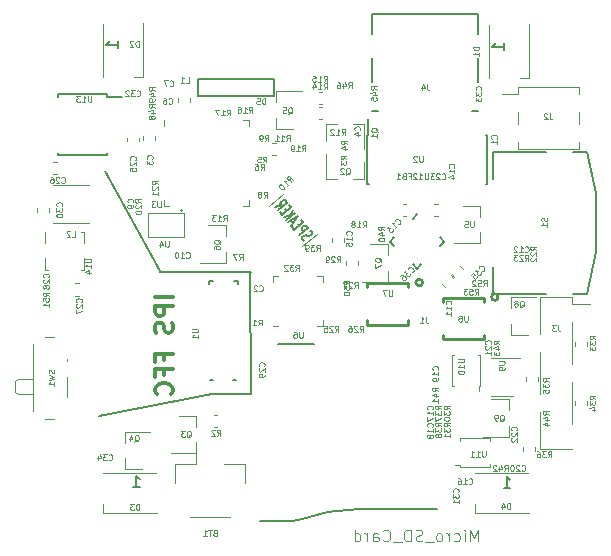
<source format=gbr>
G04 #@! TF.GenerationSoftware,KiCad,Pcbnew,5.0.2-bee76a0~70~ubuntu18.04.1*
G04 #@! TF.CreationDate,2019-04-08T17:38:34+02:00*
G04 #@! TF.ProjectId,anotterwatch,616e6f74-7465-4727-9761-7463682e6b69,rev?*
G04 #@! TF.SameCoordinates,Original*
G04 #@! TF.FileFunction,Legend,Bot*
G04 #@! TF.FilePolarity,Positive*
%FSLAX46Y46*%
G04 Gerber Fmt 4.6, Leading zero omitted, Abs format (unit mm)*
G04 Created by KiCad (PCBNEW 5.0.2-bee76a0~70~ubuntu18.04.1) date Mo 08 Apr 2019 17:38:34 CEST*
%MOMM*%
%LPD*%
G01*
G04 APERTURE LIST*
%ADD10C,0.150000*%
%ADD11C,0.300000*%
%ADD12C,0.200000*%
%ADD13C,0.010000*%
%ADD14C,0.120000*%
%ADD15C,0.127000*%
%ADD16C,0.254000*%
%ADD17C,0.100000*%
%ADD18C,0.050000*%
G04 APERTURE END LIST*
D10*
X101222865Y-87596573D02*
X101131291Y-87561521D01*
X101039464Y-87452086D01*
X101039211Y-87377703D01*
X101057324Y-87325207D01*
X101111916Y-87242102D01*
X101184872Y-87180884D01*
X101276194Y-87141554D01*
X101331038Y-87132832D01*
X101404247Y-87145997D01*
X101514187Y-87202936D01*
X101587396Y-87216101D01*
X101642239Y-87207379D01*
X101733561Y-87168048D01*
X101806518Y-87106830D01*
X101861109Y-87023725D01*
X101879222Y-86971229D01*
X101878970Y-86896846D01*
X101787143Y-86787411D01*
X101695568Y-86752359D01*
X100800714Y-87167555D02*
X101566759Y-86524768D01*
X101419836Y-86349672D01*
X101346627Y-86336507D01*
X101291783Y-86345229D01*
X101200461Y-86384559D01*
X101091026Y-86476386D01*
X101036435Y-86559491D01*
X101018322Y-86611987D01*
X101018574Y-86686370D01*
X101165497Y-86861466D01*
X100816303Y-86371230D02*
X100687745Y-86218021D01*
X100231388Y-86489059D02*
X100415042Y-86707928D01*
X101181086Y-86065141D01*
X100997432Y-85846271D01*
X100303335Y-86130309D02*
X100119681Y-85911439D01*
X100121196Y-86357737D02*
X100758683Y-85561740D01*
X99864081Y-86051319D01*
X99735523Y-85898110D02*
X100501568Y-85255322D01*
X99515139Y-85635466D02*
X100118167Y-85465142D01*
X100281183Y-84992679D02*
X100063828Y-85622630D01*
X99751112Y-85101785D02*
X99622555Y-84948576D01*
X99166197Y-85219614D02*
X99349851Y-85438483D01*
X100115895Y-84795696D01*
X99932241Y-84576826D01*
X98780524Y-84759987D02*
X99273865Y-84607106D01*
X99000909Y-85022631D02*
X99766953Y-84379843D01*
X99620030Y-84204747D01*
X99546821Y-84191582D01*
X99491978Y-84200304D01*
X99400656Y-84239635D01*
X99291221Y-84331462D01*
X99236630Y-84414567D01*
X99218517Y-84467063D01*
X99218769Y-84541446D01*
X99365692Y-84716541D01*
D11*
X90118571Y-92398571D02*
X88618571Y-92398571D01*
X90118571Y-93112857D02*
X88618571Y-93112857D01*
X88618571Y-93684285D01*
X88690000Y-93827142D01*
X88761428Y-93898571D01*
X88904285Y-93970000D01*
X89118571Y-93970000D01*
X89261428Y-93898571D01*
X89332857Y-93827142D01*
X89404285Y-93684285D01*
X89404285Y-93112857D01*
X90047142Y-94541428D02*
X90118571Y-94755714D01*
X90118571Y-95112857D01*
X90047142Y-95255714D01*
X89975714Y-95327142D01*
X89832857Y-95398571D01*
X89690000Y-95398571D01*
X89547142Y-95327142D01*
X89475714Y-95255714D01*
X89404285Y-95112857D01*
X89332857Y-94827142D01*
X89261428Y-94684285D01*
X89190000Y-94612857D01*
X89047142Y-94541428D01*
X88904285Y-94541428D01*
X88761428Y-94612857D01*
X88690000Y-94684285D01*
X88618571Y-94827142D01*
X88618571Y-95184285D01*
X88690000Y-95398571D01*
X89332857Y-97684285D02*
X89332857Y-97184285D01*
X90118571Y-97184285D02*
X88618571Y-97184285D01*
X88618571Y-97898571D01*
X89332857Y-98970000D02*
X89332857Y-98470000D01*
X90118571Y-98470000D02*
X88618571Y-98470000D01*
X88618571Y-99184285D01*
X89975714Y-100612857D02*
X90047142Y-100541428D01*
X90118571Y-100327142D01*
X90118571Y-100184285D01*
X90047142Y-99970000D01*
X89904285Y-99827142D01*
X89761428Y-99755714D01*
X89475714Y-99684285D01*
X89261428Y-99684285D01*
X88975714Y-99755714D01*
X88832857Y-99827142D01*
X88690000Y-99970000D01*
X88618571Y-100184285D01*
X88618571Y-100327142D01*
X88690000Y-100541428D01*
X88761428Y-100612857D01*
D12*
X93400000Y-100600000D02*
X83870800Y-102438200D01*
X96700000Y-100600000D02*
X93200000Y-100600000D01*
X96647000Y-90271600D02*
X96700000Y-100600000D01*
X89027000Y-90144600D02*
X84353400Y-81686400D01*
X96697800Y-90220800D02*
X89001600Y-90220800D01*
D10*
G04 #@! TO.C,D5*
X98690000Y-75390000D02*
X92290000Y-75390000D01*
X92290000Y-75390000D02*
X92290000Y-73890000D01*
X98690000Y-75390000D02*
X98690000Y-73890000D01*
X98690000Y-73890000D02*
X92290000Y-73890000D01*
D13*
G04 #@! TO.C,U4*
X90950000Y-85070000D02*
G75*
G03X90950000Y-85070000I-100000J0D01*
G01*
X91050000Y-85270000D02*
X91050000Y-87270000D01*
X88050000Y-85270000D02*
X91050000Y-85270000D01*
X88050000Y-87270000D02*
X88050000Y-85270000D01*
X91050000Y-87270000D02*
X88050000Y-87270000D01*
D14*
G04 #@! TO.C,LS1*
X102310581Y-87032419D02*
X101088941Y-88057497D01*
X99469459Y-83646503D02*
X98247819Y-84671581D01*
G04 #@! TO.C,U3*
X89350000Y-84175000D02*
X89350000Y-84650000D01*
X89350000Y-84650000D02*
X89825000Y-84650000D01*
X96570000Y-77905000D02*
X96570000Y-77430000D01*
X96570000Y-77430000D02*
X96095000Y-77430000D01*
X96570000Y-84175000D02*
X96570000Y-84650000D01*
X96570000Y-84650000D02*
X96095000Y-84650000D01*
X89350000Y-77905000D02*
X89350000Y-77430000D01*
G04 #@! TO.C,BT1*
X90283800Y-108096400D02*
X90283800Y-106496400D01*
X90283800Y-106496400D02*
X92083800Y-106496400D01*
X92083800Y-106496400D02*
X92083800Y-105556400D01*
X96253800Y-108096400D02*
X96253800Y-106496400D01*
X96253800Y-106496400D02*
X94453800Y-106496400D01*
X91553800Y-110966400D02*
X94983800Y-110966400D01*
D15*
G04 #@! TO.C,J1*
X97473000Y-111383000D02*
X100004100Y-111383000D01*
X100006822Y-111382997D02*
G75*
G03X101004000Y-111199000I-2672J2808597D01*
G01*
X101015243Y-111194722D02*
G75*
G02X105525100Y-110367000I4509879J-11872278D01*
G01*
X105525100Y-110367000D02*
X112459000Y-110367000D01*
X99002000Y-96397000D02*
X102102000Y-96397000D01*
D14*
G04 #@! TO.C,R50*
X104798400Y-89346820D02*
X104798400Y-89672380D01*
X105818400Y-89346820D02*
X105818400Y-89672380D01*
G04 #@! TO.C,U14*
X82574800Y-86843200D02*
X82349800Y-86843200D01*
X82349800Y-90093200D02*
X82574800Y-90093200D01*
X79549800Y-90093200D02*
X79324800Y-90093200D01*
X82574800Y-86843200D02*
X82574800Y-87818200D01*
X79324800Y-89118200D02*
X79324800Y-90093200D01*
X79324800Y-86843200D02*
X79324800Y-87818200D01*
X82574800Y-89118200D02*
X82574800Y-90093200D01*
D16*
G04 #@! TO.C,U8*
X117662243Y-92383200D02*
G75*
G03X117662243Y-92383200I-282843J0D01*
G01*
X112956400Y-95933200D02*
X112956400Y-95583200D01*
X112956400Y-92783200D02*
X112956400Y-92433200D01*
X116456400Y-95933200D02*
X116456400Y-95583200D01*
X116456400Y-92783200D02*
X116456400Y-92433200D01*
X112956400Y-95933200D02*
X116456400Y-95933200D01*
X116456400Y-92433200D02*
X112956400Y-92433200D01*
G04 #@! TO.C,U7*
X111261443Y-91164000D02*
G75*
G03X111261443Y-91164000I-282843J0D01*
G01*
X106555600Y-94714000D02*
X106555600Y-94364000D01*
X106555600Y-91564000D02*
X106555600Y-91214000D01*
X110055600Y-94714000D02*
X110055600Y-94364000D01*
X110055600Y-91564000D02*
X110055600Y-91214000D01*
X106555600Y-94714000D02*
X110055600Y-94714000D01*
X110055600Y-91214000D02*
X106555600Y-91214000D01*
D14*
G04 #@! TO.C,R52*
X114443922Y-89745073D02*
X114674127Y-89975278D01*
X113722673Y-90466322D02*
X113952878Y-90696527D01*
G04 #@! TO.C,R53*
X113631122Y-90557873D02*
X113861327Y-90788078D01*
X112909873Y-91279122D02*
X113140078Y-91509327D01*
G04 #@! TO.C,D1*
X116892600Y-69377200D02*
X116892600Y-73877200D01*
X120292600Y-69277200D02*
X120292600Y-73877200D01*
X120292600Y-73877200D02*
X119492600Y-73877200D01*
G04 #@! TO.C,D3*
X88700000Y-107300000D02*
X84200000Y-107300000D01*
X88800000Y-110700000D02*
X84200000Y-110700000D01*
X84200000Y-110700000D02*
X84200000Y-109900000D01*
G04 #@! TO.C,D4*
X120200000Y-107266000D02*
X115700000Y-107266000D01*
X120300000Y-110666000D02*
X115700000Y-110666000D01*
X115700000Y-110666000D02*
X115700000Y-109866000D01*
G04 #@! TO.C,D2*
X84202800Y-69275600D02*
X84202800Y-73775600D01*
X87602800Y-69175600D02*
X87602800Y-73775600D01*
X87602800Y-73775600D02*
X86802800Y-73775600D01*
G04 #@! TO.C,R15*
X102453221Y-74991500D02*
X102778779Y-74991500D01*
X102453221Y-76011500D02*
X102778779Y-76011500D01*
G04 #@! TO.C,R9*
X98816379Y-80367600D02*
X98490821Y-80367600D01*
X98816379Y-79347600D02*
X98490821Y-79347600D01*
G04 #@! TO.C,R2*
X93563221Y-102360000D02*
X93888779Y-102360000D01*
X93563221Y-103380000D02*
X93888779Y-103380000D01*
G04 #@! TO.C,R14*
X102453221Y-76325000D02*
X102778779Y-76325000D01*
X102453221Y-77345000D02*
X102778779Y-77345000D01*
G04 #@! TO.C,C23*
X112257621Y-84529200D02*
X112583179Y-84529200D01*
X112257621Y-85549200D02*
X112583179Y-85549200D01*
D10*
G04 #@! TO.C,U1*
X93500000Y-99400000D02*
X93250000Y-99400000D01*
X95250000Y-99400000D02*
X95500000Y-99400000D01*
X95600000Y-91000000D02*
X95600000Y-91300000D01*
X95300000Y-91000000D02*
X95600000Y-91000000D01*
X93197458Y-91001961D02*
X93497458Y-91001961D01*
X93197458Y-91301961D02*
X93197458Y-91001961D01*
D14*
G04 #@! TO.C,J2*
X119320000Y-75186000D02*
X117960000Y-75186000D01*
X124520000Y-79246000D02*
X124520000Y-79816000D01*
X124520000Y-76706000D02*
X124520000Y-77726000D01*
X124520000Y-74616000D02*
X124520000Y-75186000D01*
X124520000Y-79816000D02*
X119320000Y-79816000D01*
X119320000Y-79246000D02*
X119320000Y-79816000D01*
X119320000Y-76706000D02*
X119320000Y-77726000D01*
X119320000Y-74616000D02*
X119320000Y-75186000D01*
X124520000Y-74616000D02*
X119320000Y-74616000D01*
G04 #@! TO.C,SW1*
X79290000Y-95770000D02*
X80080000Y-95770000D01*
X80080000Y-102670000D02*
X79290000Y-102670000D01*
X81130000Y-100820000D02*
X81130000Y-99120000D01*
X78280000Y-102070000D02*
X78280000Y-96370000D01*
X76990000Y-99320000D02*
X78280000Y-99320000D01*
X76780000Y-100420000D02*
X76780000Y-99520000D01*
X78280000Y-100620000D02*
X76990000Y-100620000D01*
X76990000Y-99320000D02*
X76780000Y-99520000D01*
X76990000Y-100620000D02*
X76780000Y-100420000D01*
X81130000Y-97820000D02*
X81130000Y-97620000D01*
G04 #@! TO.C,C30*
X78585600Y-85151179D02*
X78585600Y-84825621D01*
X79605600Y-85151179D02*
X79605600Y-84825621D01*
G04 #@! TO.C,C27*
X82153979Y-92254800D02*
X81828421Y-92254800D01*
X82153979Y-91234800D02*
X81828421Y-91234800D01*
G04 #@! TO.C,C26*
X79999621Y-80922400D02*
X80325179Y-80922400D01*
X79999621Y-81942400D02*
X80325179Y-81942400D01*
G04 #@! TO.C,C3*
X87610000Y-79102779D02*
X87610000Y-78777221D01*
X88630000Y-79102779D02*
X88630000Y-78777221D01*
G04 #@! TO.C,C25*
X86260000Y-79202779D02*
X86260000Y-78877221D01*
X87280000Y-79202779D02*
X87280000Y-78877221D01*
G04 #@! TO.C,C15*
X103579200Y-87691179D02*
X103579200Y-87365621D01*
X104599200Y-87691179D02*
X104599200Y-87365621D01*
G04 #@! TO.C,J3*
X123900000Y-99566000D02*
X123900000Y-103126000D01*
X123900000Y-94486000D02*
X123900000Y-98046000D01*
X121240000Y-102106000D02*
X121240000Y-105216000D01*
X121240000Y-97026000D02*
X121240000Y-100586000D01*
X121240000Y-104646000D02*
X121240000Y-105216000D01*
X123900000Y-92396000D02*
X123900000Y-92966000D01*
X123900000Y-92966000D02*
X125420000Y-92966000D01*
X121240000Y-92396000D02*
X121240000Y-95506000D01*
X123900000Y-105216000D02*
X121240000Y-105216000D01*
X123900000Y-92396000D02*
X121240000Y-92396000D01*
G04 #@! TO.C,FB1*
X109890779Y-85549200D02*
X109565221Y-85549200D01*
X109890779Y-84529200D02*
X109565221Y-84529200D01*
G04 #@! TO.C,L2*
X79983200Y-82931200D02*
X82983200Y-82931200D01*
X79983200Y-86131200D02*
X82983200Y-86131200D01*
D10*
G04 #@! TO.C,U12*
X108496703Y-87680800D02*
X108850256Y-87327247D01*
X110794800Y-89978897D02*
X111148353Y-89625344D01*
X113092897Y-87680800D02*
X112739344Y-88034353D01*
X110794800Y-85382703D02*
X110441247Y-85736256D01*
X110794800Y-89978897D02*
X110441247Y-89625344D01*
X113092897Y-87680800D02*
X112739344Y-87327247D01*
X108496703Y-87680800D02*
X108850256Y-88034353D01*
D14*
G04 #@! TO.C,U6*
X99063231Y-94819636D02*
X98588231Y-94819636D01*
X102808231Y-90599636D02*
X102808231Y-91074636D01*
X102333231Y-90599636D02*
X102808231Y-90599636D01*
X98588231Y-90599636D02*
X98588231Y-91074636D01*
X99063231Y-90599636D02*
X98588231Y-90599636D01*
X102808231Y-94819636D02*
X102808231Y-94344636D01*
X102333231Y-94819636D02*
X102808231Y-94819636D01*
D10*
G04 #@! TO.C,U13*
X84523400Y-75425200D02*
X85823400Y-75425200D01*
X84523400Y-80375200D02*
X80373400Y-80375200D01*
X84523400Y-75225200D02*
X80373400Y-75225200D01*
X84523400Y-80375200D02*
X84523400Y-80175200D01*
X80373400Y-80375200D02*
X80373400Y-80175200D01*
X80373400Y-75225200D02*
X80373400Y-75425200D01*
X84523400Y-75225200D02*
X84523400Y-75425200D01*
G04 #@! TO.C,U2*
X106608400Y-78697000D02*
X106608400Y-77322000D01*
X116733400Y-78697000D02*
X116733400Y-82847000D01*
X106583400Y-78697000D02*
X106583400Y-82847000D01*
X116733400Y-78697000D02*
X116628400Y-78697000D01*
X116733400Y-82847000D02*
X116628400Y-82847000D01*
X106583400Y-82847000D02*
X106688400Y-82847000D01*
X106583400Y-78697000D02*
X106608400Y-78697000D01*
D14*
G04 #@! TO.C,U11*
X114397000Y-104337000D02*
X116997000Y-104337000D01*
X116997000Y-104337000D02*
X116997000Y-104537000D01*
X116997000Y-106537000D02*
X116997000Y-106737000D01*
X116997000Y-106737000D02*
X114397000Y-106737000D01*
X114397000Y-106737000D02*
X114397000Y-106637000D01*
X114397000Y-106637000D02*
X113997000Y-106637000D01*
X114397000Y-104337000D02*
X114397000Y-104537000D01*
G04 #@! TO.C,U10*
X113735000Y-99915500D02*
X113735000Y-97315500D01*
X113735000Y-97315500D02*
X113935000Y-97315500D01*
X115935000Y-97315500D02*
X116135000Y-97315500D01*
X116135000Y-97315500D02*
X116135000Y-99915500D01*
X116135000Y-99915500D02*
X116035000Y-99915500D01*
X116035000Y-99915500D02*
X116035000Y-100315500D01*
X113735000Y-99915500D02*
X113935000Y-99915500D01*
G04 #@! TO.C,Q9*
X118552500Y-101036000D02*
X117092500Y-101036000D01*
X118552500Y-104196000D02*
X116392500Y-104196000D01*
X118552500Y-104196000D02*
X118552500Y-103266000D01*
X118552500Y-101036000D02*
X118552500Y-101966000D01*
G04 #@! TO.C,U5*
X116126800Y-84678400D02*
X114666800Y-84678400D01*
X116126800Y-87838400D02*
X113966800Y-87838400D01*
X116126800Y-87838400D02*
X116126800Y-86908400D01*
X116126800Y-84678400D02*
X116126800Y-85608400D01*
G04 #@! TO.C,Q5*
X98858800Y-78135600D02*
X100318800Y-78135600D01*
X98858800Y-74975600D02*
X101018800Y-74975600D01*
X98858800Y-74975600D02*
X98858800Y-75905600D01*
X98858800Y-78135600D02*
X98858800Y-77205600D01*
G04 #@! TO.C,Q7*
X108303600Y-87929600D02*
X106843600Y-87929600D01*
X108303600Y-91089600D02*
X106143600Y-91089600D01*
X108303600Y-91089600D02*
X108303600Y-90159600D01*
X108303600Y-87929600D02*
X108303600Y-88859600D01*
G04 #@! TO.C,Q8*
X118747000Y-95560000D02*
X120207000Y-95560000D01*
X118747000Y-92400000D02*
X120907000Y-92400000D01*
X118747000Y-92400000D02*
X118747000Y-93330000D01*
X118747000Y-95560000D02*
X118747000Y-94630000D01*
G04 #@! TO.C,Q6*
X94580000Y-86310000D02*
X93120000Y-86310000D01*
X94580000Y-89470000D02*
X92420000Y-89470000D01*
X94580000Y-89470000D02*
X94580000Y-88540000D01*
X94580000Y-86310000D02*
X94580000Y-87240000D01*
G04 #@! TO.C,Q4*
X86057200Y-106939200D02*
X87517200Y-106939200D01*
X86057200Y-103779200D02*
X88217200Y-103779200D01*
X86057200Y-103779200D02*
X86057200Y-104709200D01*
X86057200Y-106939200D02*
X86057200Y-106009200D01*
G04 #@! TO.C,Q3*
X92098400Y-102458400D02*
X90638400Y-102458400D01*
X92098400Y-105618400D02*
X89938400Y-105618400D01*
X92098400Y-105618400D02*
X92098400Y-104688400D01*
X92098400Y-102458400D02*
X92098400Y-103388400D01*
G04 #@! TO.C,Q2*
X106278800Y-82421000D02*
X106278800Y-80961000D01*
X103118800Y-82421000D02*
X103118800Y-80261000D01*
X103118800Y-82421000D02*
X104048800Y-82421000D01*
X106278800Y-82421000D02*
X105348800Y-82421000D01*
G04 #@! TO.C,Q1*
X103118800Y-77726000D02*
X103118800Y-79186000D01*
X106278800Y-77726000D02*
X106278800Y-79886000D01*
X106278800Y-77726000D02*
X105348800Y-77726000D01*
X103118800Y-77726000D02*
X104048800Y-77726000D01*
G04 #@! TO.C,U9*
X117083000Y-97577000D02*
X119533000Y-97577000D01*
X118883000Y-100797000D02*
X117083000Y-100797000D01*
G04 #@! TO.C,R33*
X125224000Y-96166721D02*
X125224000Y-96492279D01*
X124204000Y-96166721D02*
X124204000Y-96492279D01*
G04 #@! TO.C,R34*
X125224000Y-101183221D02*
X125224000Y-101508779D01*
X124204000Y-101183221D02*
X124204000Y-101508779D01*
G04 #@! TO.C,R35*
X120013000Y-99451379D02*
X120013000Y-99125821D01*
X121033000Y-99451379D02*
X121033000Y-99125821D01*
G04 #@! TO.C,R36*
X120779000Y-105056721D02*
X120779000Y-105382279D01*
X119759000Y-105056721D02*
X119759000Y-105382279D01*
D10*
G04 #@! TO.C,J4*
X115480600Y-76636500D02*
X115980600Y-76636500D01*
X106980600Y-76636500D02*
X107480600Y-76636500D01*
X106980600Y-74136500D02*
X106980600Y-72136500D01*
X115980600Y-72136500D02*
X115980600Y-74136500D01*
X115980600Y-70136500D02*
X115980600Y-68441500D01*
X106980600Y-68441500D02*
X106980600Y-70136500D01*
X115980600Y-68441500D02*
X106980600Y-68441500D01*
G04 #@! TO.C,S1*
X125960000Y-88606000D02*
X125960000Y-83606000D01*
X125210000Y-92106000D02*
X123960000Y-92106000D01*
X125210000Y-80106000D02*
X123960000Y-80106000D01*
X125960000Y-88606000D02*
X125210000Y-92106000D01*
X125210000Y-80106000D02*
X125960000Y-83606000D01*
X117210000Y-80106000D02*
X117210000Y-82356000D01*
X117210000Y-92106000D02*
X117210000Y-89856000D01*
X117210000Y-92106000D02*
X121710000Y-92106000D01*
X121710000Y-80106000D02*
X117210000Y-80106000D01*
D14*
G04 #@! TO.C,L1*
X90574400Y-75842779D02*
X90574400Y-75517221D01*
X91594400Y-75842779D02*
X91594400Y-75517221D01*
G04 #@! TO.C,D5*
D17*
X97959047Y-76066190D02*
X97959047Y-75566190D01*
X97840000Y-75566190D01*
X97768571Y-75590000D01*
X97720952Y-75637619D01*
X97697142Y-75685238D01*
X97673333Y-75780476D01*
X97673333Y-75851904D01*
X97697142Y-75947142D01*
X97720952Y-75994761D01*
X97768571Y-76042380D01*
X97840000Y-76066190D01*
X97959047Y-76066190D01*
X97220952Y-75566190D02*
X97459047Y-75566190D01*
X97482857Y-75804285D01*
X97459047Y-75780476D01*
X97411428Y-75756666D01*
X97292380Y-75756666D01*
X97244761Y-75780476D01*
X97220952Y-75804285D01*
X97197142Y-75851904D01*
X97197142Y-75970952D01*
X97220952Y-76018571D01*
X97244761Y-76042380D01*
X97292380Y-76066190D01*
X97411428Y-76066190D01*
X97459047Y-76042380D01*
X97482857Y-76018571D01*
G04 #@! TO.C,U4*
X89778552Y-87621790D02*
X89778552Y-88026552D01*
X89754742Y-88074171D01*
X89730933Y-88097980D01*
X89683314Y-88121790D01*
X89588076Y-88121790D01*
X89540457Y-88097980D01*
X89516647Y-88074171D01*
X89492838Y-88026552D01*
X89492838Y-87621790D01*
X89040457Y-87788457D02*
X89040457Y-88121790D01*
X89159504Y-87597980D02*
X89278552Y-87955123D01*
X88969028Y-87955123D01*
G04 #@! TO.C,R13*
X94391428Y-85946190D02*
X94558095Y-85708095D01*
X94677142Y-85946190D02*
X94677142Y-85446190D01*
X94486666Y-85446190D01*
X94439047Y-85470000D01*
X94415238Y-85493809D01*
X94391428Y-85541428D01*
X94391428Y-85612857D01*
X94415238Y-85660476D01*
X94439047Y-85684285D01*
X94486666Y-85708095D01*
X94677142Y-85708095D01*
X93915238Y-85946190D02*
X94200952Y-85946190D01*
X94058095Y-85946190D02*
X94058095Y-85446190D01*
X94105714Y-85517619D01*
X94153333Y-85565238D01*
X94200952Y-85589047D01*
X93748571Y-85446190D02*
X93439047Y-85446190D01*
X93605714Y-85636666D01*
X93534285Y-85636666D01*
X93486666Y-85660476D01*
X93462857Y-85684285D01*
X93439047Y-85731904D01*
X93439047Y-85850952D01*
X93462857Y-85898571D01*
X93486666Y-85922380D01*
X93534285Y-85946190D01*
X93677142Y-85946190D01*
X93724761Y-85922380D01*
X93748571Y-85898571D01*
G04 #@! TO.C,U3*
X89100952Y-84276190D02*
X89100952Y-84680952D01*
X89077142Y-84728571D01*
X89053333Y-84752380D01*
X89005714Y-84776190D01*
X88910476Y-84776190D01*
X88862857Y-84752380D01*
X88839047Y-84728571D01*
X88815238Y-84680952D01*
X88815238Y-84276190D01*
X88624761Y-84276190D02*
X88315238Y-84276190D01*
X88481904Y-84466666D01*
X88410476Y-84466666D01*
X88362857Y-84490476D01*
X88339047Y-84514285D01*
X88315238Y-84561904D01*
X88315238Y-84680952D01*
X88339047Y-84728571D01*
X88362857Y-84752380D01*
X88410476Y-84776190D01*
X88553333Y-84776190D01*
X88600952Y-84752380D01*
X88624761Y-84728571D01*
G04 #@! TO.C,BT1*
X93661657Y-112320685D02*
X93590228Y-112344495D01*
X93566419Y-112368304D01*
X93542609Y-112415923D01*
X93542609Y-112487352D01*
X93566419Y-112534971D01*
X93590228Y-112558780D01*
X93637847Y-112582590D01*
X93828323Y-112582590D01*
X93828323Y-112082590D01*
X93661657Y-112082590D01*
X93614038Y-112106400D01*
X93590228Y-112130209D01*
X93566419Y-112177828D01*
X93566419Y-112225447D01*
X93590228Y-112273066D01*
X93614038Y-112296876D01*
X93661657Y-112320685D01*
X93828323Y-112320685D01*
X93399752Y-112082590D02*
X93114038Y-112082590D01*
X93256895Y-112582590D02*
X93256895Y-112082590D01*
X92685466Y-112582590D02*
X92971180Y-112582590D01*
X92828323Y-112582590D02*
X92828323Y-112082590D01*
X92875942Y-112154019D01*
X92923561Y-112201638D01*
X92971180Y-112225447D01*
G04 #@! TO.C,J1*
X111551306Y-94064460D02*
X111551306Y-94421603D01*
X111575116Y-94493031D01*
X111622735Y-94540650D01*
X111694163Y-94564460D01*
X111741782Y-94564460D01*
X111051306Y-94564460D02*
X111337020Y-94564460D01*
X111194163Y-94564460D02*
X111194163Y-94064460D01*
X111241782Y-94135889D01*
X111289401Y-94183508D01*
X111337020Y-94207317D01*
D18*
X115979728Y-113065731D02*
X115979728Y-112063851D01*
X115645768Y-112779480D01*
X115311808Y-112063851D01*
X115311808Y-113065731D01*
X114834722Y-113065731D02*
X114834722Y-112397811D01*
X114834722Y-112063851D02*
X114882431Y-112111560D01*
X114834722Y-112159268D01*
X114787014Y-112111560D01*
X114834722Y-112063851D01*
X114834722Y-112159268D01*
X113928260Y-113018022D02*
X114023677Y-113065731D01*
X114214511Y-113065731D01*
X114309928Y-113018022D01*
X114357637Y-112970314D01*
X114405345Y-112874897D01*
X114405345Y-112588645D01*
X114357637Y-112493228D01*
X114309928Y-112445520D01*
X114214511Y-112397811D01*
X114023677Y-112397811D01*
X113928260Y-112445520D01*
X113498882Y-113065731D02*
X113498882Y-112397811D01*
X113498882Y-112588645D02*
X113451174Y-112493228D01*
X113403465Y-112445520D01*
X113308048Y-112397811D01*
X113212631Y-112397811D01*
X112735545Y-113065731D02*
X112830962Y-113018022D01*
X112878671Y-112970314D01*
X112926380Y-112874897D01*
X112926380Y-112588645D01*
X112878671Y-112493228D01*
X112830962Y-112445520D01*
X112735545Y-112397811D01*
X112592420Y-112397811D01*
X112497002Y-112445520D01*
X112449294Y-112493228D01*
X112401585Y-112588645D01*
X112401585Y-112874897D01*
X112449294Y-112970314D01*
X112497002Y-113018022D01*
X112592420Y-113065731D01*
X112735545Y-113065731D01*
X112210751Y-113161148D02*
X111447414Y-113161148D01*
X111256580Y-113018022D02*
X111113454Y-113065731D01*
X110874911Y-113065731D01*
X110779494Y-113018022D01*
X110731785Y-112970314D01*
X110684077Y-112874897D01*
X110684077Y-112779480D01*
X110731785Y-112684062D01*
X110779494Y-112636354D01*
X110874911Y-112588645D01*
X111065745Y-112540937D01*
X111161162Y-112493228D01*
X111208871Y-112445520D01*
X111256580Y-112350102D01*
X111256580Y-112254685D01*
X111208871Y-112159268D01*
X111161162Y-112111560D01*
X111065745Y-112063851D01*
X110827202Y-112063851D01*
X110684077Y-112111560D01*
X110254700Y-113065731D02*
X110254700Y-112063851D01*
X110016157Y-112063851D01*
X109873031Y-112111560D01*
X109777614Y-112206977D01*
X109729905Y-112302394D01*
X109682197Y-112493228D01*
X109682197Y-112636354D01*
X109729905Y-112827188D01*
X109777614Y-112922605D01*
X109873031Y-113018022D01*
X110016157Y-113065731D01*
X110254700Y-113065731D01*
X109491362Y-113161148D02*
X108728025Y-113161148D01*
X107916980Y-112970314D02*
X107964688Y-113018022D01*
X108107814Y-113065731D01*
X108203231Y-113065731D01*
X108346357Y-113018022D01*
X108441774Y-112922605D01*
X108489482Y-112827188D01*
X108537191Y-112636354D01*
X108537191Y-112493228D01*
X108489482Y-112302394D01*
X108441774Y-112206977D01*
X108346357Y-112111560D01*
X108203231Y-112063851D01*
X108107814Y-112063851D01*
X107964688Y-112111560D01*
X107916980Y-112159268D01*
X107058225Y-113065731D02*
X107058225Y-112540937D01*
X107105934Y-112445520D01*
X107201351Y-112397811D01*
X107392185Y-112397811D01*
X107487602Y-112445520D01*
X107058225Y-113018022D02*
X107153642Y-113065731D01*
X107392185Y-113065731D01*
X107487602Y-113018022D01*
X107535311Y-112922605D01*
X107535311Y-112827188D01*
X107487602Y-112731771D01*
X107392185Y-112684062D01*
X107153642Y-112684062D01*
X107058225Y-112636354D01*
X106581140Y-113065731D02*
X106581140Y-112397811D01*
X106581140Y-112588645D02*
X106533431Y-112493228D01*
X106485722Y-112445520D01*
X106390305Y-112397811D01*
X106294888Y-112397811D01*
X105531551Y-113065731D02*
X105531551Y-112063851D01*
X105531551Y-113018022D02*
X105626968Y-113065731D01*
X105817802Y-113065731D01*
X105913220Y-113018022D01*
X105960928Y-112970314D01*
X106008637Y-112874897D01*
X106008637Y-112588645D01*
X105960928Y-112493228D01*
X105913220Y-112445520D01*
X105817802Y-112397811D01*
X105626968Y-112397811D01*
X105531551Y-112445520D01*
G04 #@! TO.C,R50*
D17*
X105077390Y-91270971D02*
X104839295Y-91104304D01*
X105077390Y-90985257D02*
X104577390Y-90985257D01*
X104577390Y-91175733D01*
X104601200Y-91223352D01*
X104625009Y-91247161D01*
X104672628Y-91270971D01*
X104744057Y-91270971D01*
X104791676Y-91247161D01*
X104815485Y-91223352D01*
X104839295Y-91175733D01*
X104839295Y-90985257D01*
X104577390Y-91723352D02*
X104577390Y-91485257D01*
X104815485Y-91461447D01*
X104791676Y-91485257D01*
X104767866Y-91532876D01*
X104767866Y-91651923D01*
X104791676Y-91699542D01*
X104815485Y-91723352D01*
X104863104Y-91747161D01*
X104982152Y-91747161D01*
X105029771Y-91723352D01*
X105053580Y-91699542D01*
X105077390Y-91651923D01*
X105077390Y-91532876D01*
X105053580Y-91485257D01*
X105029771Y-91461447D01*
X104577390Y-92056685D02*
X104577390Y-92104304D01*
X104601200Y-92151923D01*
X104625009Y-92175733D01*
X104672628Y-92199542D01*
X104767866Y-92223352D01*
X104886914Y-92223352D01*
X104982152Y-92199542D01*
X105029771Y-92175733D01*
X105053580Y-92151923D01*
X105077390Y-92104304D01*
X105077390Y-92056685D01*
X105053580Y-92009066D01*
X105029771Y-91985257D01*
X104982152Y-91961447D01*
X104886914Y-91937638D01*
X104767866Y-91937638D01*
X104672628Y-91961447D01*
X104625009Y-91985257D01*
X104601200Y-92009066D01*
X104577390Y-92056685D01*
G04 #@! TO.C,U14*
X82682590Y-89144552D02*
X83087352Y-89144552D01*
X83134971Y-89168361D01*
X83158780Y-89192171D01*
X83182590Y-89239790D01*
X83182590Y-89335028D01*
X83158780Y-89382647D01*
X83134971Y-89406457D01*
X83087352Y-89430266D01*
X82682590Y-89430266D01*
X83182590Y-89930266D02*
X83182590Y-89644552D01*
X83182590Y-89787409D02*
X82682590Y-89787409D01*
X82754019Y-89739790D01*
X82801638Y-89692171D01*
X82825447Y-89644552D01*
X82849257Y-90358838D02*
X83182590Y-90358838D01*
X82658780Y-90239790D02*
X83015923Y-90120742D01*
X83015923Y-90430266D01*
G04 #@! TO.C,U8*
X115087352Y-93960190D02*
X115087352Y-94364952D01*
X115063542Y-94412571D01*
X115039733Y-94436380D01*
X114992114Y-94460190D01*
X114896876Y-94460190D01*
X114849257Y-94436380D01*
X114825447Y-94412571D01*
X114801638Y-94364952D01*
X114801638Y-93960190D01*
X114492114Y-94174476D02*
X114539733Y-94150666D01*
X114563542Y-94126857D01*
X114587352Y-94079238D01*
X114587352Y-94055428D01*
X114563542Y-94007809D01*
X114539733Y-93984000D01*
X114492114Y-93960190D01*
X114396876Y-93960190D01*
X114349257Y-93984000D01*
X114325447Y-94007809D01*
X114301638Y-94055428D01*
X114301638Y-94079238D01*
X114325447Y-94126857D01*
X114349257Y-94150666D01*
X114396876Y-94174476D01*
X114492114Y-94174476D01*
X114539733Y-94198285D01*
X114563542Y-94222095D01*
X114587352Y-94269714D01*
X114587352Y-94364952D01*
X114563542Y-94412571D01*
X114539733Y-94436380D01*
X114492114Y-94460190D01*
X114396876Y-94460190D01*
X114349257Y-94436380D01*
X114325447Y-94412571D01*
X114301638Y-94364952D01*
X114301638Y-94269714D01*
X114325447Y-94222095D01*
X114349257Y-94198285D01*
X114396876Y-94174476D01*
G04 #@! TO.C,U7*
X108686552Y-91826590D02*
X108686552Y-92231352D01*
X108662742Y-92278971D01*
X108638933Y-92302780D01*
X108591314Y-92326590D01*
X108496076Y-92326590D01*
X108448457Y-92302780D01*
X108424647Y-92278971D01*
X108400838Y-92231352D01*
X108400838Y-91826590D01*
X108210361Y-91826590D02*
X107877028Y-91826590D01*
X108091314Y-92326590D01*
G04 #@! TO.C,R52*
X116399427Y-91462990D02*
X116566094Y-91224895D01*
X116685141Y-91462990D02*
X116685141Y-90962990D01*
X116494665Y-90962990D01*
X116447046Y-90986800D01*
X116423237Y-91010609D01*
X116399427Y-91058228D01*
X116399427Y-91129657D01*
X116423237Y-91177276D01*
X116447046Y-91201085D01*
X116494665Y-91224895D01*
X116685141Y-91224895D01*
X115947046Y-90962990D02*
X116185141Y-90962990D01*
X116208951Y-91201085D01*
X116185141Y-91177276D01*
X116137522Y-91153466D01*
X116018475Y-91153466D01*
X115970856Y-91177276D01*
X115947046Y-91201085D01*
X115923237Y-91248704D01*
X115923237Y-91367752D01*
X115947046Y-91415371D01*
X115970856Y-91439180D01*
X116018475Y-91462990D01*
X116137522Y-91462990D01*
X116185141Y-91439180D01*
X116208951Y-91415371D01*
X115732760Y-91010609D02*
X115708951Y-90986800D01*
X115661332Y-90962990D01*
X115542284Y-90962990D01*
X115494665Y-90986800D01*
X115470856Y-91010609D01*
X115447046Y-91058228D01*
X115447046Y-91105847D01*
X115470856Y-91177276D01*
X115756570Y-91462990D01*
X115447046Y-91462990D01*
G04 #@! TO.C,R53*
X115688228Y-92174189D02*
X115854895Y-91936094D01*
X115973942Y-92174189D02*
X115973942Y-91674189D01*
X115783466Y-91674189D01*
X115735847Y-91697999D01*
X115712038Y-91721808D01*
X115688228Y-91769427D01*
X115688228Y-91840856D01*
X115712038Y-91888475D01*
X115735847Y-91912284D01*
X115783466Y-91936094D01*
X115973942Y-91936094D01*
X115235847Y-91674189D02*
X115473942Y-91674189D01*
X115497752Y-91912284D01*
X115473942Y-91888475D01*
X115426323Y-91864665D01*
X115307276Y-91864665D01*
X115259657Y-91888475D01*
X115235847Y-91912284D01*
X115212038Y-91959903D01*
X115212038Y-92078951D01*
X115235847Y-92126570D01*
X115259657Y-92150379D01*
X115307276Y-92174189D01*
X115426323Y-92174189D01*
X115473942Y-92150379D01*
X115497752Y-92126570D01*
X115045371Y-91674189D02*
X114735847Y-91674189D01*
X114902514Y-91864665D01*
X114831085Y-91864665D01*
X114783466Y-91888475D01*
X114759657Y-91912284D01*
X114735847Y-91959903D01*
X114735847Y-92078951D01*
X114759657Y-92126570D01*
X114783466Y-92150379D01*
X114831085Y-92174189D01*
X114973942Y-92174189D01*
X115021561Y-92150379D01*
X115045371Y-92126570D01*
G04 #@! TO.C,C35*
X116329953Y-90170584D02*
X116363625Y-90170584D01*
X116430968Y-90136912D01*
X116464640Y-90103241D01*
X116498312Y-90035897D01*
X116498312Y-89968554D01*
X116481476Y-89918046D01*
X116430968Y-89833867D01*
X116380461Y-89783359D01*
X116296281Y-89732851D01*
X116245774Y-89716016D01*
X116178430Y-89716016D01*
X116111087Y-89749687D01*
X116077415Y-89783359D01*
X116043743Y-89850703D01*
X116043743Y-89884374D01*
X115892220Y-89968554D02*
X115673354Y-90187420D01*
X115925892Y-90204256D01*
X115875384Y-90254764D01*
X115858548Y-90305271D01*
X115858548Y-90338943D01*
X115875384Y-90389451D01*
X115959564Y-90473630D01*
X116010071Y-90490466D01*
X116043743Y-90490466D01*
X116094251Y-90473630D01*
X116195266Y-90372615D01*
X116212102Y-90322107D01*
X116212102Y-90288435D01*
X115353472Y-90507302D02*
X115521831Y-90338943D01*
X115707025Y-90490466D01*
X115673354Y-90490466D01*
X115622846Y-90507302D01*
X115538667Y-90591481D01*
X115521831Y-90641989D01*
X115521831Y-90675661D01*
X115538667Y-90726168D01*
X115622846Y-90810348D01*
X115673354Y-90827183D01*
X115707025Y-90827183D01*
X115757533Y-90810348D01*
X115841712Y-90726168D01*
X115858548Y-90675661D01*
X115858548Y-90641989D01*
G04 #@! TO.C,C36*
X110335553Y-90272184D02*
X110369225Y-90272184D01*
X110436568Y-90238512D01*
X110470240Y-90204841D01*
X110503912Y-90137497D01*
X110503912Y-90070154D01*
X110487076Y-90019646D01*
X110436568Y-89935467D01*
X110386061Y-89884959D01*
X110301881Y-89834451D01*
X110251374Y-89817616D01*
X110184030Y-89817616D01*
X110116687Y-89851287D01*
X110083015Y-89884959D01*
X110049343Y-89952303D01*
X110049343Y-89985974D01*
X109897820Y-90070154D02*
X109678954Y-90289020D01*
X109931492Y-90305856D01*
X109880984Y-90356364D01*
X109864148Y-90406871D01*
X109864148Y-90440543D01*
X109880984Y-90491051D01*
X109965164Y-90575230D01*
X110015671Y-90592066D01*
X110049343Y-90592066D01*
X110099851Y-90575230D01*
X110200866Y-90474215D01*
X110217702Y-90423707D01*
X110217702Y-90390035D01*
X109375908Y-90592066D02*
X109443251Y-90524722D01*
X109493759Y-90507887D01*
X109527431Y-90507887D01*
X109611610Y-90524722D01*
X109695790Y-90575230D01*
X109830477Y-90709917D01*
X109847312Y-90760425D01*
X109847312Y-90794096D01*
X109830477Y-90844604D01*
X109763133Y-90911948D01*
X109712625Y-90928783D01*
X109678954Y-90928783D01*
X109628446Y-90911948D01*
X109544267Y-90827768D01*
X109527431Y-90777261D01*
X109527431Y-90743589D01*
X109544267Y-90693081D01*
X109611610Y-90625738D01*
X109662118Y-90608902D01*
X109695790Y-90608902D01*
X109746297Y-90625738D01*
G04 #@! TO.C,D1*
X116068790Y-71208152D02*
X115568790Y-71208152D01*
X115568790Y-71327200D01*
X115592600Y-71398628D01*
X115640219Y-71446247D01*
X115687838Y-71470057D01*
X115783076Y-71493866D01*
X115854504Y-71493866D01*
X115949742Y-71470057D01*
X115997361Y-71446247D01*
X116044980Y-71398628D01*
X116068790Y-71327200D01*
X116068790Y-71208152D01*
X116068790Y-71970057D02*
X116068790Y-71684342D01*
X116068790Y-71827200D02*
X115568790Y-71827200D01*
X115640219Y-71779580D01*
X115687838Y-71731961D01*
X115711647Y-71684342D01*
D10*
X118155980Y-71456514D02*
X118155980Y-70885085D01*
X118155980Y-71170800D02*
X117155980Y-71170800D01*
X117298838Y-71075561D01*
X117394076Y-70980323D01*
X117441695Y-70885085D01*
G04 #@! TO.C,D3*
D17*
X87287847Y-110411390D02*
X87287847Y-109911390D01*
X87168800Y-109911390D01*
X87097371Y-109935200D01*
X87049752Y-109982819D01*
X87025942Y-110030438D01*
X87002133Y-110125676D01*
X87002133Y-110197104D01*
X87025942Y-110292342D01*
X87049752Y-110339961D01*
X87097371Y-110387580D01*
X87168800Y-110411390D01*
X87287847Y-110411390D01*
X86835466Y-109911390D02*
X86525942Y-109911390D01*
X86692609Y-110101866D01*
X86621180Y-110101866D01*
X86573561Y-110125676D01*
X86549752Y-110149485D01*
X86525942Y-110197104D01*
X86525942Y-110316152D01*
X86549752Y-110363771D01*
X86573561Y-110387580D01*
X86621180Y-110411390D01*
X86764038Y-110411390D01*
X86811657Y-110387580D01*
X86835466Y-110363771D01*
D10*
X86734685Y-108503980D02*
X87306114Y-108503980D01*
X87020400Y-108503980D02*
X87020400Y-107503980D01*
X87115638Y-107646838D01*
X87210876Y-107742076D01*
X87306114Y-107789695D01*
G04 #@! TO.C,D4*
D17*
X118682247Y-110309790D02*
X118682247Y-109809790D01*
X118563200Y-109809790D01*
X118491771Y-109833600D01*
X118444152Y-109881219D01*
X118420342Y-109928838D01*
X118396533Y-110024076D01*
X118396533Y-110095504D01*
X118420342Y-110190742D01*
X118444152Y-110238361D01*
X118491771Y-110285980D01*
X118563200Y-110309790D01*
X118682247Y-110309790D01*
X117967961Y-109976457D02*
X117967961Y-110309790D01*
X118087009Y-109785980D02*
X118206057Y-110143123D01*
X117896533Y-110143123D01*
D10*
X118129085Y-108554780D02*
X118700514Y-108554780D01*
X118414800Y-108554780D02*
X118414800Y-107554780D01*
X118510038Y-107697638D01*
X118605276Y-107792876D01*
X118700514Y-107840495D01*
G04 #@! TO.C,D2*
D17*
X87237047Y-71193790D02*
X87237047Y-70693790D01*
X87118000Y-70693790D01*
X87046571Y-70717600D01*
X86998952Y-70765219D01*
X86975142Y-70812838D01*
X86951333Y-70908076D01*
X86951333Y-70979504D01*
X86975142Y-71074742D01*
X86998952Y-71122361D01*
X87046571Y-71169980D01*
X87118000Y-71193790D01*
X87237047Y-71193790D01*
X86760857Y-70741409D02*
X86737047Y-70717600D01*
X86689428Y-70693790D01*
X86570380Y-70693790D01*
X86522761Y-70717600D01*
X86498952Y-70741409D01*
X86475142Y-70789028D01*
X86475142Y-70836647D01*
X86498952Y-70908076D01*
X86784666Y-71193790D01*
X86475142Y-71193790D01*
D10*
X85440780Y-71304114D02*
X85440780Y-70732685D01*
X85440780Y-71018400D02*
X84440780Y-71018400D01*
X84583638Y-70923161D01*
X84678876Y-70827923D01*
X84726495Y-70732685D01*
G04 #@! TO.C,R15*
D17*
X102886628Y-74140190D02*
X103053295Y-73902095D01*
X103172342Y-74140190D02*
X103172342Y-73640190D01*
X102981866Y-73640190D01*
X102934247Y-73664000D01*
X102910438Y-73687809D01*
X102886628Y-73735428D01*
X102886628Y-73806857D01*
X102910438Y-73854476D01*
X102934247Y-73878285D01*
X102981866Y-73902095D01*
X103172342Y-73902095D01*
X102410438Y-74140190D02*
X102696152Y-74140190D01*
X102553295Y-74140190D02*
X102553295Y-73640190D01*
X102600914Y-73711619D01*
X102648533Y-73759238D01*
X102696152Y-73783047D01*
X101958057Y-73640190D02*
X102196152Y-73640190D01*
X102219961Y-73878285D01*
X102196152Y-73854476D01*
X102148533Y-73830666D01*
X102029485Y-73830666D01*
X101981866Y-73854476D01*
X101958057Y-73878285D01*
X101934247Y-73925904D01*
X101934247Y-74044952D01*
X101958057Y-74092571D01*
X101981866Y-74116380D01*
X102029485Y-74140190D01*
X102148533Y-74140190D01*
X102196152Y-74116380D01*
X102219961Y-74092571D01*
G04 #@! TO.C,R9*
X97924133Y-79169390D02*
X98090800Y-78931295D01*
X98209847Y-79169390D02*
X98209847Y-78669390D01*
X98019371Y-78669390D01*
X97971752Y-78693200D01*
X97947942Y-78717009D01*
X97924133Y-78764628D01*
X97924133Y-78836057D01*
X97947942Y-78883676D01*
X97971752Y-78907485D01*
X98019371Y-78931295D01*
X98209847Y-78931295D01*
X97686038Y-79169390D02*
X97590800Y-79169390D01*
X97543180Y-79145580D01*
X97519371Y-79121771D01*
X97471752Y-79050342D01*
X97447942Y-78955104D01*
X97447942Y-78764628D01*
X97471752Y-78717009D01*
X97495561Y-78693200D01*
X97543180Y-78669390D01*
X97638419Y-78669390D01*
X97686038Y-78693200D01*
X97709847Y-78717009D01*
X97733657Y-78764628D01*
X97733657Y-78883676D01*
X97709847Y-78931295D01*
X97686038Y-78955104D01*
X97638419Y-78978914D01*
X97543180Y-78978914D01*
X97495561Y-78955104D01*
X97471752Y-78931295D01*
X97447942Y-78883676D01*
G04 #@! TO.C,R2*
X93860133Y-104112190D02*
X94026800Y-103874095D01*
X94145847Y-104112190D02*
X94145847Y-103612190D01*
X93955371Y-103612190D01*
X93907752Y-103636000D01*
X93883942Y-103659809D01*
X93860133Y-103707428D01*
X93860133Y-103778857D01*
X93883942Y-103826476D01*
X93907752Y-103850285D01*
X93955371Y-103874095D01*
X94145847Y-103874095D01*
X93669657Y-103659809D02*
X93645847Y-103636000D01*
X93598228Y-103612190D01*
X93479180Y-103612190D01*
X93431561Y-103636000D01*
X93407752Y-103659809D01*
X93383942Y-103707428D01*
X93383942Y-103755047D01*
X93407752Y-103826476D01*
X93693466Y-104112190D01*
X93383942Y-104112190D01*
G04 #@! TO.C,R14*
X102886628Y-74800590D02*
X103053295Y-74562495D01*
X103172342Y-74800590D02*
X103172342Y-74300590D01*
X102981866Y-74300590D01*
X102934247Y-74324400D01*
X102910438Y-74348209D01*
X102886628Y-74395828D01*
X102886628Y-74467257D01*
X102910438Y-74514876D01*
X102934247Y-74538685D01*
X102981866Y-74562495D01*
X103172342Y-74562495D01*
X102410438Y-74800590D02*
X102696152Y-74800590D01*
X102553295Y-74800590D02*
X102553295Y-74300590D01*
X102600914Y-74372019D01*
X102648533Y-74419638D01*
X102696152Y-74443447D01*
X101981866Y-74467257D02*
X101981866Y-74800590D01*
X102100914Y-74276780D02*
X102219961Y-74633923D01*
X101910438Y-74633923D01*
G04 #@! TO.C,C23*
X112894228Y-82372971D02*
X112918038Y-82396780D01*
X112989466Y-82420590D01*
X113037085Y-82420590D01*
X113108514Y-82396780D01*
X113156133Y-82349161D01*
X113179942Y-82301542D01*
X113203752Y-82206304D01*
X113203752Y-82134876D01*
X113179942Y-82039638D01*
X113156133Y-81992019D01*
X113108514Y-81944400D01*
X113037085Y-81920590D01*
X112989466Y-81920590D01*
X112918038Y-81944400D01*
X112894228Y-81968209D01*
X112703752Y-81968209D02*
X112679942Y-81944400D01*
X112632323Y-81920590D01*
X112513276Y-81920590D01*
X112465657Y-81944400D01*
X112441847Y-81968209D01*
X112418038Y-82015828D01*
X112418038Y-82063447D01*
X112441847Y-82134876D01*
X112727561Y-82420590D01*
X112418038Y-82420590D01*
X112251371Y-81920590D02*
X111941847Y-81920590D01*
X112108514Y-82111066D01*
X112037085Y-82111066D01*
X111989466Y-82134876D01*
X111965657Y-82158685D01*
X111941847Y-82206304D01*
X111941847Y-82325352D01*
X111965657Y-82372971D01*
X111989466Y-82396780D01*
X112037085Y-82420590D01*
X112179942Y-82420590D01*
X112227561Y-82396780D01*
X112251371Y-82372971D01*
G04 #@! TO.C,C33*
X116204171Y-74862571D02*
X116227980Y-74838761D01*
X116251790Y-74767333D01*
X116251790Y-74719714D01*
X116227980Y-74648285D01*
X116180361Y-74600666D01*
X116132742Y-74576857D01*
X116037504Y-74553047D01*
X115966076Y-74553047D01*
X115870838Y-74576857D01*
X115823219Y-74600666D01*
X115775600Y-74648285D01*
X115751790Y-74719714D01*
X115751790Y-74767333D01*
X115775600Y-74838761D01*
X115799409Y-74862571D01*
X115751790Y-75029238D02*
X115751790Y-75338761D01*
X115942266Y-75172095D01*
X115942266Y-75243523D01*
X115966076Y-75291142D01*
X115989885Y-75314952D01*
X116037504Y-75338761D01*
X116156552Y-75338761D01*
X116204171Y-75314952D01*
X116227980Y-75291142D01*
X116251790Y-75243523D01*
X116251790Y-75100666D01*
X116227980Y-75053047D01*
X116204171Y-75029238D01*
X115751790Y-75505428D02*
X115751790Y-75814952D01*
X115942266Y-75648285D01*
X115942266Y-75719714D01*
X115966076Y-75767333D01*
X115989885Y-75791142D01*
X116037504Y-75814952D01*
X116156552Y-75814952D01*
X116204171Y-75791142D01*
X116227980Y-75767333D01*
X116251790Y-75719714D01*
X116251790Y-75576857D01*
X116227980Y-75529238D01*
X116204171Y-75505428D01*
G04 #@! TO.C,C13*
X109217953Y-86208184D02*
X109251625Y-86208184D01*
X109318968Y-86174512D01*
X109352640Y-86140841D01*
X109386312Y-86073497D01*
X109386312Y-86006154D01*
X109369476Y-85955646D01*
X109318968Y-85871467D01*
X109268461Y-85820959D01*
X109184281Y-85770451D01*
X109133774Y-85753616D01*
X109066430Y-85753616D01*
X108999087Y-85787287D01*
X108965415Y-85820959D01*
X108931743Y-85888303D01*
X108931743Y-85921974D01*
X108914907Y-86578574D02*
X109116938Y-86376543D01*
X109015922Y-86477558D02*
X108662369Y-86124005D01*
X108746548Y-86140841D01*
X108813892Y-86140841D01*
X108864399Y-86124005D01*
X108443503Y-86342871D02*
X108224636Y-86561738D01*
X108477174Y-86578574D01*
X108426667Y-86629081D01*
X108409831Y-86679589D01*
X108409831Y-86713261D01*
X108426667Y-86763768D01*
X108510846Y-86847948D01*
X108561354Y-86864783D01*
X108595025Y-86864783D01*
X108645533Y-86847948D01*
X108746548Y-86746932D01*
X108763384Y-86696425D01*
X108763384Y-86662753D01*
G04 #@! TO.C,C11*
X113665771Y-92998171D02*
X113689580Y-92974361D01*
X113713390Y-92902933D01*
X113713390Y-92855314D01*
X113689580Y-92783885D01*
X113641961Y-92736266D01*
X113594342Y-92712457D01*
X113499104Y-92688647D01*
X113427676Y-92688647D01*
X113332438Y-92712457D01*
X113284819Y-92736266D01*
X113237200Y-92783885D01*
X113213390Y-92855314D01*
X113213390Y-92902933D01*
X113237200Y-92974361D01*
X113261009Y-92998171D01*
X113713390Y-93474361D02*
X113713390Y-93188647D01*
X113713390Y-93331504D02*
X113213390Y-93331504D01*
X113284819Y-93283885D01*
X113332438Y-93236266D01*
X113356247Y-93188647D01*
X113713390Y-93950552D02*
X113713390Y-93664838D01*
X113713390Y-93807695D02*
X113213390Y-93807695D01*
X113284819Y-93760076D01*
X113332438Y-93712457D01*
X113356247Y-93664838D01*
G04 #@! TO.C,C10*
X91251428Y-89028571D02*
X91275238Y-89052380D01*
X91346666Y-89076190D01*
X91394285Y-89076190D01*
X91465714Y-89052380D01*
X91513333Y-89004761D01*
X91537142Y-88957142D01*
X91560952Y-88861904D01*
X91560952Y-88790476D01*
X91537142Y-88695238D01*
X91513333Y-88647619D01*
X91465714Y-88600000D01*
X91394285Y-88576190D01*
X91346666Y-88576190D01*
X91275238Y-88600000D01*
X91251428Y-88623809D01*
X90775238Y-89076190D02*
X91060952Y-89076190D01*
X90918095Y-89076190D02*
X90918095Y-88576190D01*
X90965714Y-88647619D01*
X91013333Y-88695238D01*
X91060952Y-88719047D01*
X90465714Y-88576190D02*
X90418095Y-88576190D01*
X90370476Y-88600000D01*
X90346666Y-88623809D01*
X90322857Y-88671428D01*
X90299047Y-88766666D01*
X90299047Y-88885714D01*
X90322857Y-88980952D01*
X90346666Y-89028571D01*
X90370476Y-89052380D01*
X90418095Y-89076190D01*
X90465714Y-89076190D01*
X90513333Y-89052380D01*
X90537142Y-89028571D01*
X90560952Y-88980952D01*
X90584761Y-88885714D01*
X90584761Y-88766666D01*
X90560952Y-88671428D01*
X90537142Y-88623809D01*
X90513333Y-88600000D01*
X90465714Y-88576190D01*
G04 #@! TO.C,C9*
X86718571Y-84376666D02*
X86742380Y-84352857D01*
X86766190Y-84281428D01*
X86766190Y-84233809D01*
X86742380Y-84162380D01*
X86694761Y-84114761D01*
X86647142Y-84090952D01*
X86551904Y-84067142D01*
X86480476Y-84067142D01*
X86385238Y-84090952D01*
X86337619Y-84114761D01*
X86290000Y-84162380D01*
X86266190Y-84233809D01*
X86266190Y-84281428D01*
X86290000Y-84352857D01*
X86313809Y-84376666D01*
X86766190Y-84614761D02*
X86766190Y-84710000D01*
X86742380Y-84757619D01*
X86718571Y-84781428D01*
X86647142Y-84829047D01*
X86551904Y-84852857D01*
X86361428Y-84852857D01*
X86313809Y-84829047D01*
X86290000Y-84805238D01*
X86266190Y-84757619D01*
X86266190Y-84662380D01*
X86290000Y-84614761D01*
X86313809Y-84590952D01*
X86361428Y-84567142D01*
X86480476Y-84567142D01*
X86528095Y-84590952D01*
X86551904Y-84614761D01*
X86575714Y-84662380D01*
X86575714Y-84757619D01*
X86551904Y-84805238D01*
X86528095Y-84829047D01*
X86480476Y-84852857D01*
G04 #@! TO.C,C2*
X97433333Y-91848571D02*
X97457142Y-91872380D01*
X97528571Y-91896190D01*
X97576190Y-91896190D01*
X97647619Y-91872380D01*
X97695238Y-91824761D01*
X97719047Y-91777142D01*
X97742857Y-91681904D01*
X97742857Y-91610476D01*
X97719047Y-91515238D01*
X97695238Y-91467619D01*
X97647619Y-91420000D01*
X97576190Y-91396190D01*
X97528571Y-91396190D01*
X97457142Y-91420000D01*
X97433333Y-91443809D01*
X97242857Y-91443809D02*
X97219047Y-91420000D01*
X97171428Y-91396190D01*
X97052380Y-91396190D01*
X97004761Y-91420000D01*
X96980952Y-91443809D01*
X96957142Y-91491428D01*
X96957142Y-91539047D01*
X96980952Y-91610476D01*
X97266666Y-91896190D01*
X96957142Y-91896190D01*
G04 #@! TO.C,C7*
X89846933Y-74498971D02*
X89870742Y-74522780D01*
X89942171Y-74546590D01*
X89989790Y-74546590D01*
X90061219Y-74522780D01*
X90108838Y-74475161D01*
X90132647Y-74427542D01*
X90156457Y-74332304D01*
X90156457Y-74260876D01*
X90132647Y-74165638D01*
X90108838Y-74118019D01*
X90061219Y-74070400D01*
X89989790Y-74046590D01*
X89942171Y-74046590D01*
X89870742Y-74070400D01*
X89846933Y-74094209D01*
X89680266Y-74046590D02*
X89346933Y-74046590D01*
X89561219Y-74546590D01*
G04 #@! TO.C,C6*
X89763333Y-75988571D02*
X89787142Y-76012380D01*
X89858571Y-76036190D01*
X89906190Y-76036190D01*
X89977619Y-76012380D01*
X90025238Y-75964761D01*
X90049047Y-75917142D01*
X90072857Y-75821904D01*
X90072857Y-75750476D01*
X90049047Y-75655238D01*
X90025238Y-75607619D01*
X89977619Y-75560000D01*
X89906190Y-75536190D01*
X89858571Y-75536190D01*
X89787142Y-75560000D01*
X89763333Y-75583809D01*
X89334761Y-75536190D02*
X89430000Y-75536190D01*
X89477619Y-75560000D01*
X89501428Y-75583809D01*
X89549047Y-75655238D01*
X89572857Y-75750476D01*
X89572857Y-75940952D01*
X89549047Y-75988571D01*
X89525238Y-76012380D01*
X89477619Y-76036190D01*
X89382380Y-76036190D01*
X89334761Y-76012380D01*
X89310952Y-75988571D01*
X89287142Y-75940952D01*
X89287142Y-75821904D01*
X89310952Y-75774285D01*
X89334761Y-75750476D01*
X89382380Y-75726666D01*
X89477619Y-75726666D01*
X89525238Y-75750476D01*
X89549047Y-75774285D01*
X89572857Y-75821904D01*
G04 #@! TO.C,C21*
X117018571Y-96350971D02*
X117042380Y-96327161D01*
X117066190Y-96255733D01*
X117066190Y-96208114D01*
X117042380Y-96136685D01*
X116994761Y-96089066D01*
X116947142Y-96065257D01*
X116851904Y-96041447D01*
X116780476Y-96041447D01*
X116685238Y-96065257D01*
X116637619Y-96089066D01*
X116590000Y-96136685D01*
X116566190Y-96208114D01*
X116566190Y-96255733D01*
X116590000Y-96327161D01*
X116613809Y-96350971D01*
X116613809Y-96541447D02*
X116590000Y-96565257D01*
X116566190Y-96612876D01*
X116566190Y-96731923D01*
X116590000Y-96779542D01*
X116613809Y-96803352D01*
X116661428Y-96827161D01*
X116709047Y-96827161D01*
X116780476Y-96803352D01*
X117066190Y-96517638D01*
X117066190Y-96827161D01*
X117066190Y-97303352D02*
X117066190Y-97017638D01*
X117066190Y-97160495D02*
X116566190Y-97160495D01*
X116637619Y-97112876D01*
X116685238Y-97065257D01*
X116709047Y-97017638D01*
G04 #@! TO.C,C4*
X105944171Y-78250266D02*
X105967980Y-78226457D01*
X105991790Y-78155028D01*
X105991790Y-78107409D01*
X105967980Y-78035980D01*
X105920361Y-77988361D01*
X105872742Y-77964552D01*
X105777504Y-77940742D01*
X105706076Y-77940742D01*
X105610838Y-77964552D01*
X105563219Y-77988361D01*
X105515600Y-78035980D01*
X105491790Y-78107409D01*
X105491790Y-78155028D01*
X105515600Y-78226457D01*
X105539409Y-78250266D01*
X105658457Y-78678838D02*
X105991790Y-78678838D01*
X105467980Y-78559790D02*
X105825123Y-78440742D01*
X105825123Y-78750266D01*
G04 #@! TO.C,C1*
X117526571Y-78961466D02*
X117550380Y-78937657D01*
X117574190Y-78866228D01*
X117574190Y-78818609D01*
X117550380Y-78747180D01*
X117502761Y-78699561D01*
X117455142Y-78675752D01*
X117359904Y-78651942D01*
X117288476Y-78651942D01*
X117193238Y-78675752D01*
X117145619Y-78699561D01*
X117098000Y-78747180D01*
X117074190Y-78818609D01*
X117074190Y-78866228D01*
X117098000Y-78937657D01*
X117121809Y-78961466D01*
X117574190Y-79437657D02*
X117574190Y-79151942D01*
X117574190Y-79294800D02*
X117074190Y-79294800D01*
X117145619Y-79247180D01*
X117193238Y-79199561D01*
X117217047Y-79151942D01*
G04 #@! TO.C,C34*
X84700228Y-106147371D02*
X84724038Y-106171180D01*
X84795466Y-106194990D01*
X84843085Y-106194990D01*
X84914514Y-106171180D01*
X84962133Y-106123561D01*
X84985942Y-106075942D01*
X85009752Y-105980704D01*
X85009752Y-105909276D01*
X84985942Y-105814038D01*
X84962133Y-105766419D01*
X84914514Y-105718800D01*
X84843085Y-105694990D01*
X84795466Y-105694990D01*
X84724038Y-105718800D01*
X84700228Y-105742609D01*
X84533561Y-105694990D02*
X84224038Y-105694990D01*
X84390704Y-105885466D01*
X84319276Y-105885466D01*
X84271657Y-105909276D01*
X84247847Y-105933085D01*
X84224038Y-105980704D01*
X84224038Y-106099752D01*
X84247847Y-106147371D01*
X84271657Y-106171180D01*
X84319276Y-106194990D01*
X84462133Y-106194990D01*
X84509752Y-106171180D01*
X84533561Y-106147371D01*
X83795466Y-105861657D02*
X83795466Y-106194990D01*
X83914514Y-105671180D02*
X84033561Y-106028323D01*
X83724038Y-106028323D01*
G04 #@! TO.C,C32*
X87061428Y-75328571D02*
X87085238Y-75352380D01*
X87156666Y-75376190D01*
X87204285Y-75376190D01*
X87275714Y-75352380D01*
X87323333Y-75304761D01*
X87347142Y-75257142D01*
X87370952Y-75161904D01*
X87370952Y-75090476D01*
X87347142Y-74995238D01*
X87323333Y-74947619D01*
X87275714Y-74900000D01*
X87204285Y-74876190D01*
X87156666Y-74876190D01*
X87085238Y-74900000D01*
X87061428Y-74923809D01*
X86894761Y-74876190D02*
X86585238Y-74876190D01*
X86751904Y-75066666D01*
X86680476Y-75066666D01*
X86632857Y-75090476D01*
X86609047Y-75114285D01*
X86585238Y-75161904D01*
X86585238Y-75280952D01*
X86609047Y-75328571D01*
X86632857Y-75352380D01*
X86680476Y-75376190D01*
X86823333Y-75376190D01*
X86870952Y-75352380D01*
X86894761Y-75328571D01*
X86394761Y-74923809D02*
X86370952Y-74900000D01*
X86323333Y-74876190D01*
X86204285Y-74876190D01*
X86156666Y-74900000D01*
X86132857Y-74923809D01*
X86109047Y-74971428D01*
X86109047Y-75019047D01*
X86132857Y-75090476D01*
X86418571Y-75376190D01*
X86109047Y-75376190D01*
G04 #@! TO.C,C31*
X114275371Y-108898571D02*
X114299180Y-108874761D01*
X114322990Y-108803333D01*
X114322990Y-108755714D01*
X114299180Y-108684285D01*
X114251561Y-108636666D01*
X114203942Y-108612857D01*
X114108704Y-108589047D01*
X114037276Y-108589047D01*
X113942038Y-108612857D01*
X113894419Y-108636666D01*
X113846800Y-108684285D01*
X113822990Y-108755714D01*
X113822990Y-108803333D01*
X113846800Y-108874761D01*
X113870609Y-108898571D01*
X113822990Y-109065238D02*
X113822990Y-109374761D01*
X114013466Y-109208095D01*
X114013466Y-109279523D01*
X114037276Y-109327142D01*
X114061085Y-109350952D01*
X114108704Y-109374761D01*
X114227752Y-109374761D01*
X114275371Y-109350952D01*
X114299180Y-109327142D01*
X114322990Y-109279523D01*
X114322990Y-109136666D01*
X114299180Y-109089047D01*
X114275371Y-109065238D01*
X114322990Y-109850952D02*
X114322990Y-109565238D01*
X114322990Y-109708095D02*
X113822990Y-109708095D01*
X113894419Y-109660476D01*
X113942038Y-109612857D01*
X113965847Y-109565238D01*
G04 #@! TO.C,C29*
X97840571Y-98227771D02*
X97864380Y-98203961D01*
X97888190Y-98132533D01*
X97888190Y-98084914D01*
X97864380Y-98013485D01*
X97816761Y-97965866D01*
X97769142Y-97942057D01*
X97673904Y-97918247D01*
X97602476Y-97918247D01*
X97507238Y-97942057D01*
X97459619Y-97965866D01*
X97412000Y-98013485D01*
X97388190Y-98084914D01*
X97388190Y-98132533D01*
X97412000Y-98203961D01*
X97435809Y-98227771D01*
X97435809Y-98418247D02*
X97412000Y-98442057D01*
X97388190Y-98489676D01*
X97388190Y-98608723D01*
X97412000Y-98656342D01*
X97435809Y-98680152D01*
X97483428Y-98703961D01*
X97531047Y-98703961D01*
X97602476Y-98680152D01*
X97888190Y-98394438D01*
X97888190Y-98703961D01*
X97888190Y-98942057D02*
X97888190Y-99037295D01*
X97864380Y-99084914D01*
X97840571Y-99108723D01*
X97769142Y-99156342D01*
X97673904Y-99180152D01*
X97483428Y-99180152D01*
X97435809Y-99156342D01*
X97412000Y-99132533D01*
X97388190Y-99084914D01*
X97388190Y-98989676D01*
X97412000Y-98942057D01*
X97435809Y-98918247D01*
X97483428Y-98894438D01*
X97602476Y-98894438D01*
X97650095Y-98918247D01*
X97673904Y-98942057D01*
X97697714Y-98989676D01*
X97697714Y-99084914D01*
X97673904Y-99132533D01*
X97650095Y-99156342D01*
X97602476Y-99180152D01*
G04 #@! TO.C,C28*
X79578971Y-90712171D02*
X79602780Y-90688361D01*
X79626590Y-90616933D01*
X79626590Y-90569314D01*
X79602780Y-90497885D01*
X79555161Y-90450266D01*
X79507542Y-90426457D01*
X79412304Y-90402647D01*
X79340876Y-90402647D01*
X79245638Y-90426457D01*
X79198019Y-90450266D01*
X79150400Y-90497885D01*
X79126590Y-90569314D01*
X79126590Y-90616933D01*
X79150400Y-90688361D01*
X79174209Y-90712171D01*
X79174209Y-90902647D02*
X79150400Y-90926457D01*
X79126590Y-90974076D01*
X79126590Y-91093123D01*
X79150400Y-91140742D01*
X79174209Y-91164552D01*
X79221828Y-91188361D01*
X79269447Y-91188361D01*
X79340876Y-91164552D01*
X79626590Y-90878838D01*
X79626590Y-91188361D01*
X79340876Y-91474076D02*
X79317066Y-91426457D01*
X79293257Y-91402647D01*
X79245638Y-91378838D01*
X79221828Y-91378838D01*
X79174209Y-91402647D01*
X79150400Y-91426457D01*
X79126590Y-91474076D01*
X79126590Y-91569314D01*
X79150400Y-91616933D01*
X79174209Y-91640742D01*
X79221828Y-91664552D01*
X79245638Y-91664552D01*
X79293257Y-91640742D01*
X79317066Y-91616933D01*
X79340876Y-91569314D01*
X79340876Y-91474076D01*
X79364685Y-91426457D01*
X79388495Y-91402647D01*
X79436114Y-91378838D01*
X79531352Y-91378838D01*
X79578971Y-91402647D01*
X79602780Y-91426457D01*
X79626590Y-91474076D01*
X79626590Y-91569314D01*
X79602780Y-91616933D01*
X79578971Y-91640742D01*
X79531352Y-91664552D01*
X79436114Y-91664552D01*
X79388495Y-91640742D01*
X79364685Y-91616933D01*
X79340876Y-91569314D01*
G04 #@! TO.C,C22*
X119202971Y-103666171D02*
X119226780Y-103642361D01*
X119250590Y-103570933D01*
X119250590Y-103523314D01*
X119226780Y-103451885D01*
X119179161Y-103404266D01*
X119131542Y-103380457D01*
X119036304Y-103356647D01*
X118964876Y-103356647D01*
X118869638Y-103380457D01*
X118822019Y-103404266D01*
X118774400Y-103451885D01*
X118750590Y-103523314D01*
X118750590Y-103570933D01*
X118774400Y-103642361D01*
X118798209Y-103666171D01*
X118798209Y-103856647D02*
X118774400Y-103880457D01*
X118750590Y-103928076D01*
X118750590Y-104047123D01*
X118774400Y-104094742D01*
X118798209Y-104118552D01*
X118845828Y-104142361D01*
X118893447Y-104142361D01*
X118964876Y-104118552D01*
X119250590Y-103832838D01*
X119250590Y-104142361D01*
X118798209Y-104332838D02*
X118774400Y-104356647D01*
X118750590Y-104404266D01*
X118750590Y-104523314D01*
X118774400Y-104570933D01*
X118798209Y-104594742D01*
X118845828Y-104618552D01*
X118893447Y-104618552D01*
X118964876Y-104594742D01*
X119250590Y-104309028D01*
X119250590Y-104618552D01*
G04 #@! TO.C,C20*
X119650628Y-107061771D02*
X119674438Y-107085580D01*
X119745866Y-107109390D01*
X119793485Y-107109390D01*
X119864914Y-107085580D01*
X119912533Y-107037961D01*
X119936342Y-106990342D01*
X119960152Y-106895104D01*
X119960152Y-106823676D01*
X119936342Y-106728438D01*
X119912533Y-106680819D01*
X119864914Y-106633200D01*
X119793485Y-106609390D01*
X119745866Y-106609390D01*
X119674438Y-106633200D01*
X119650628Y-106657009D01*
X119460152Y-106657009D02*
X119436342Y-106633200D01*
X119388723Y-106609390D01*
X119269676Y-106609390D01*
X119222057Y-106633200D01*
X119198247Y-106657009D01*
X119174438Y-106704628D01*
X119174438Y-106752247D01*
X119198247Y-106823676D01*
X119483961Y-107109390D01*
X119174438Y-107109390D01*
X118864914Y-106609390D02*
X118817295Y-106609390D01*
X118769676Y-106633200D01*
X118745866Y-106657009D01*
X118722057Y-106704628D01*
X118698247Y-106799866D01*
X118698247Y-106918914D01*
X118722057Y-107014152D01*
X118745866Y-107061771D01*
X118769676Y-107085580D01*
X118817295Y-107109390D01*
X118864914Y-107109390D01*
X118912533Y-107085580D01*
X118936342Y-107061771D01*
X118960152Y-107014152D01*
X118983961Y-106918914D01*
X118983961Y-106799866D01*
X118960152Y-106704628D01*
X118936342Y-106657009D01*
X118912533Y-106633200D01*
X118864914Y-106609390D01*
G04 #@! TO.C,C19*
X112548171Y-98535371D02*
X112571980Y-98511561D01*
X112595790Y-98440133D01*
X112595790Y-98392514D01*
X112571980Y-98321085D01*
X112524361Y-98273466D01*
X112476742Y-98249657D01*
X112381504Y-98225847D01*
X112310076Y-98225847D01*
X112214838Y-98249657D01*
X112167219Y-98273466D01*
X112119600Y-98321085D01*
X112095790Y-98392514D01*
X112095790Y-98440133D01*
X112119600Y-98511561D01*
X112143409Y-98535371D01*
X112595790Y-99011561D02*
X112595790Y-98725847D01*
X112595790Y-98868704D02*
X112095790Y-98868704D01*
X112167219Y-98821085D01*
X112214838Y-98773466D01*
X112238647Y-98725847D01*
X112595790Y-99249657D02*
X112595790Y-99344895D01*
X112571980Y-99392514D01*
X112548171Y-99416323D01*
X112476742Y-99463942D01*
X112381504Y-99487752D01*
X112191028Y-99487752D01*
X112143409Y-99463942D01*
X112119600Y-99440133D01*
X112095790Y-99392514D01*
X112095790Y-99297276D01*
X112119600Y-99249657D01*
X112143409Y-99225847D01*
X112191028Y-99202038D01*
X112310076Y-99202038D01*
X112357695Y-99225847D01*
X112381504Y-99249657D01*
X112405314Y-99297276D01*
X112405314Y-99392514D01*
X112381504Y-99440133D01*
X112357695Y-99463942D01*
X112310076Y-99487752D01*
G04 #@! TO.C,C18*
X112090971Y-103361371D02*
X112114780Y-103337561D01*
X112138590Y-103266133D01*
X112138590Y-103218514D01*
X112114780Y-103147085D01*
X112067161Y-103099466D01*
X112019542Y-103075657D01*
X111924304Y-103051847D01*
X111852876Y-103051847D01*
X111757638Y-103075657D01*
X111710019Y-103099466D01*
X111662400Y-103147085D01*
X111638590Y-103218514D01*
X111638590Y-103266133D01*
X111662400Y-103337561D01*
X111686209Y-103361371D01*
X112138590Y-103837561D02*
X112138590Y-103551847D01*
X112138590Y-103694704D02*
X111638590Y-103694704D01*
X111710019Y-103647085D01*
X111757638Y-103599466D01*
X111781447Y-103551847D01*
X111852876Y-104123276D02*
X111829066Y-104075657D01*
X111805257Y-104051847D01*
X111757638Y-104028038D01*
X111733828Y-104028038D01*
X111686209Y-104051847D01*
X111662400Y-104075657D01*
X111638590Y-104123276D01*
X111638590Y-104218514D01*
X111662400Y-104266133D01*
X111686209Y-104289942D01*
X111733828Y-104313752D01*
X111757638Y-104313752D01*
X111805257Y-104289942D01*
X111829066Y-104266133D01*
X111852876Y-104218514D01*
X111852876Y-104123276D01*
X111876685Y-104075657D01*
X111900495Y-104051847D01*
X111948114Y-104028038D01*
X112043352Y-104028038D01*
X112090971Y-104051847D01*
X112114780Y-104075657D01*
X112138590Y-104123276D01*
X112138590Y-104218514D01*
X112114780Y-104266133D01*
X112090971Y-104289942D01*
X112043352Y-104313752D01*
X111948114Y-104313752D01*
X111900495Y-104289942D01*
X111876685Y-104266133D01*
X111852876Y-104218514D01*
G04 #@! TO.C,C17*
X112090971Y-101888171D02*
X112114780Y-101864361D01*
X112138590Y-101792933D01*
X112138590Y-101745314D01*
X112114780Y-101673885D01*
X112067161Y-101626266D01*
X112019542Y-101602457D01*
X111924304Y-101578647D01*
X111852876Y-101578647D01*
X111757638Y-101602457D01*
X111710019Y-101626266D01*
X111662400Y-101673885D01*
X111638590Y-101745314D01*
X111638590Y-101792933D01*
X111662400Y-101864361D01*
X111686209Y-101888171D01*
X112138590Y-102364361D02*
X112138590Y-102078647D01*
X112138590Y-102221504D02*
X111638590Y-102221504D01*
X111710019Y-102173885D01*
X111757638Y-102126266D01*
X111781447Y-102078647D01*
X111638590Y-102531028D02*
X111638590Y-102864361D01*
X112138590Y-102650076D01*
G04 #@! TO.C,C16*
X115180228Y-108179371D02*
X115204038Y-108203180D01*
X115275466Y-108226990D01*
X115323085Y-108226990D01*
X115394514Y-108203180D01*
X115442133Y-108155561D01*
X115465942Y-108107942D01*
X115489752Y-108012704D01*
X115489752Y-107941276D01*
X115465942Y-107846038D01*
X115442133Y-107798419D01*
X115394514Y-107750800D01*
X115323085Y-107726990D01*
X115275466Y-107726990D01*
X115204038Y-107750800D01*
X115180228Y-107774609D01*
X114704038Y-108226990D02*
X114989752Y-108226990D01*
X114846895Y-108226990D02*
X114846895Y-107726990D01*
X114894514Y-107798419D01*
X114942133Y-107846038D01*
X114989752Y-107869847D01*
X114275466Y-107726990D02*
X114370704Y-107726990D01*
X114418323Y-107750800D01*
X114442133Y-107774609D01*
X114489752Y-107846038D01*
X114513561Y-107941276D01*
X114513561Y-108131752D01*
X114489752Y-108179371D01*
X114465942Y-108203180D01*
X114418323Y-108226990D01*
X114323085Y-108226990D01*
X114275466Y-108203180D01*
X114251657Y-108179371D01*
X114227847Y-108131752D01*
X114227847Y-108012704D01*
X114251657Y-107965085D01*
X114275466Y-107941276D01*
X114323085Y-107917466D01*
X114418323Y-107917466D01*
X114465942Y-107941276D01*
X114489752Y-107965085D01*
X114513561Y-108012704D01*
G04 #@! TO.C,C14*
X113919771Y-81415771D02*
X113943580Y-81391961D01*
X113967390Y-81320533D01*
X113967390Y-81272914D01*
X113943580Y-81201485D01*
X113895961Y-81153866D01*
X113848342Y-81130057D01*
X113753104Y-81106247D01*
X113681676Y-81106247D01*
X113586438Y-81130057D01*
X113538819Y-81153866D01*
X113491200Y-81201485D01*
X113467390Y-81272914D01*
X113467390Y-81320533D01*
X113491200Y-81391961D01*
X113515009Y-81415771D01*
X113967390Y-81891961D02*
X113967390Y-81606247D01*
X113967390Y-81749104D02*
X113467390Y-81749104D01*
X113538819Y-81701485D01*
X113586438Y-81653866D01*
X113610247Y-81606247D01*
X113634057Y-82320533D02*
X113967390Y-82320533D01*
X113443580Y-82201485D02*
X113800723Y-82082438D01*
X113800723Y-82391961D01*
G04 #@! TO.C,C12*
X119926228Y-88539771D02*
X119950038Y-88563580D01*
X120021466Y-88587390D01*
X120069085Y-88587390D01*
X120140514Y-88563580D01*
X120188133Y-88515961D01*
X120211942Y-88468342D01*
X120235752Y-88373104D01*
X120235752Y-88301676D01*
X120211942Y-88206438D01*
X120188133Y-88158819D01*
X120140514Y-88111200D01*
X120069085Y-88087390D01*
X120021466Y-88087390D01*
X119950038Y-88111200D01*
X119926228Y-88135009D01*
X119450038Y-88587390D02*
X119735752Y-88587390D01*
X119592895Y-88587390D02*
X119592895Y-88087390D01*
X119640514Y-88158819D01*
X119688133Y-88206438D01*
X119735752Y-88230247D01*
X119259561Y-88135009D02*
X119235752Y-88111200D01*
X119188133Y-88087390D01*
X119069085Y-88087390D01*
X119021466Y-88111200D01*
X118997657Y-88135009D01*
X118973847Y-88182628D01*
X118973847Y-88230247D01*
X118997657Y-88301676D01*
X119283371Y-88587390D01*
X118973847Y-88587390D01*
G04 #@! TO.C,R6*
X97543333Y-81616190D02*
X97710000Y-81378095D01*
X97829047Y-81616190D02*
X97829047Y-81116190D01*
X97638571Y-81116190D01*
X97590952Y-81140000D01*
X97567142Y-81163809D01*
X97543333Y-81211428D01*
X97543333Y-81282857D01*
X97567142Y-81330476D01*
X97590952Y-81354285D01*
X97638571Y-81378095D01*
X97829047Y-81378095D01*
X97114761Y-81116190D02*
X97210000Y-81116190D01*
X97257619Y-81140000D01*
X97281428Y-81163809D01*
X97329047Y-81235238D01*
X97352857Y-81330476D01*
X97352857Y-81520952D01*
X97329047Y-81568571D01*
X97305238Y-81592380D01*
X97257619Y-81616190D01*
X97162380Y-81616190D01*
X97114761Y-81592380D01*
X97090952Y-81568571D01*
X97067142Y-81520952D01*
X97067142Y-81401904D01*
X97090952Y-81354285D01*
X97114761Y-81330476D01*
X97162380Y-81306666D01*
X97257619Y-81306666D01*
X97305238Y-81330476D01*
X97329047Y-81354285D01*
X97352857Y-81401904D01*
G04 #@! TO.C,R4*
X104874190Y-79418666D02*
X104636095Y-79252000D01*
X104874190Y-79132952D02*
X104374190Y-79132952D01*
X104374190Y-79323428D01*
X104398000Y-79371047D01*
X104421809Y-79394857D01*
X104469428Y-79418666D01*
X104540857Y-79418666D01*
X104588476Y-79394857D01*
X104612285Y-79371047D01*
X104636095Y-79323428D01*
X104636095Y-79132952D01*
X104540857Y-79847238D02*
X104874190Y-79847238D01*
X104350380Y-79728190D02*
X104707523Y-79609142D01*
X104707523Y-79918666D01*
G04 #@! TO.C,R1*
X97353333Y-94786190D02*
X97520000Y-94548095D01*
X97639047Y-94786190D02*
X97639047Y-94286190D01*
X97448571Y-94286190D01*
X97400952Y-94310000D01*
X97377142Y-94333809D01*
X97353333Y-94381428D01*
X97353333Y-94452857D01*
X97377142Y-94500476D01*
X97400952Y-94524285D01*
X97448571Y-94548095D01*
X97639047Y-94548095D01*
X96877142Y-94786190D02*
X97162857Y-94786190D01*
X97020000Y-94786190D02*
X97020000Y-94286190D01*
X97067619Y-94357619D01*
X97115238Y-94405238D01*
X97162857Y-94429047D01*
G04 #@! TO.C,R8*
X97813333Y-83956190D02*
X97980000Y-83718095D01*
X98099047Y-83956190D02*
X98099047Y-83456190D01*
X97908571Y-83456190D01*
X97860952Y-83480000D01*
X97837142Y-83503809D01*
X97813333Y-83551428D01*
X97813333Y-83622857D01*
X97837142Y-83670476D01*
X97860952Y-83694285D01*
X97908571Y-83718095D01*
X98099047Y-83718095D01*
X97527619Y-83670476D02*
X97575238Y-83646666D01*
X97599047Y-83622857D01*
X97622857Y-83575238D01*
X97622857Y-83551428D01*
X97599047Y-83503809D01*
X97575238Y-83480000D01*
X97527619Y-83456190D01*
X97432380Y-83456190D01*
X97384761Y-83480000D01*
X97360952Y-83503809D01*
X97337142Y-83551428D01*
X97337142Y-83575238D01*
X97360952Y-83622857D01*
X97384761Y-83646666D01*
X97432380Y-83670476D01*
X97527619Y-83670476D01*
X97575238Y-83694285D01*
X97599047Y-83718095D01*
X97622857Y-83765714D01*
X97622857Y-83860952D01*
X97599047Y-83908571D01*
X97575238Y-83932380D01*
X97527619Y-83956190D01*
X97432380Y-83956190D01*
X97384761Y-83932380D01*
X97360952Y-83908571D01*
X97337142Y-83860952D01*
X97337142Y-83765714D01*
X97360952Y-83718095D01*
X97384761Y-83694285D01*
X97432380Y-83670476D01*
G04 #@! TO.C,R10*
X100087225Y-82662656D02*
X100036717Y-82376446D01*
X100289255Y-82460625D02*
X99935702Y-82107072D01*
X99801015Y-82241759D01*
X99784179Y-82292267D01*
X99784179Y-82325938D01*
X99801015Y-82376446D01*
X99851522Y-82426954D01*
X99902030Y-82443790D01*
X99935702Y-82443790D01*
X99986209Y-82426954D01*
X100120896Y-82292267D01*
X99750507Y-82999374D02*
X99952538Y-82797343D01*
X99851522Y-82898358D02*
X99497969Y-82544805D01*
X99582148Y-82561641D01*
X99649492Y-82561641D01*
X99699999Y-82544805D01*
X99178087Y-82864687D02*
X99144416Y-82898358D01*
X99127580Y-82948866D01*
X99127580Y-82982538D01*
X99144416Y-83033045D01*
X99194923Y-83117225D01*
X99279103Y-83201404D01*
X99363282Y-83251912D01*
X99413790Y-83268748D01*
X99447461Y-83268748D01*
X99497969Y-83251912D01*
X99531641Y-83218240D01*
X99548477Y-83167732D01*
X99548477Y-83134061D01*
X99531641Y-83083553D01*
X99481133Y-82999374D01*
X99396954Y-82915194D01*
X99312774Y-82864687D01*
X99262267Y-82847851D01*
X99228595Y-82847851D01*
X99178087Y-82864687D01*
G04 #@! TO.C,R11*
X99737028Y-79169390D02*
X99903695Y-78931295D01*
X100022742Y-79169390D02*
X100022742Y-78669390D01*
X99832266Y-78669390D01*
X99784647Y-78693200D01*
X99760838Y-78717009D01*
X99737028Y-78764628D01*
X99737028Y-78836057D01*
X99760838Y-78883676D01*
X99784647Y-78907485D01*
X99832266Y-78931295D01*
X100022742Y-78931295D01*
X99260838Y-79169390D02*
X99546552Y-79169390D01*
X99403695Y-79169390D02*
X99403695Y-78669390D01*
X99451314Y-78740819D01*
X99498933Y-78788438D01*
X99546552Y-78812247D01*
X98784647Y-79169390D02*
X99070361Y-79169390D01*
X98927504Y-79169390D02*
X98927504Y-78669390D01*
X98975123Y-78740819D01*
X99022742Y-78788438D01*
X99070361Y-78812247D01*
G04 #@! TO.C,R12*
X104410628Y-78661390D02*
X104577295Y-78423295D01*
X104696342Y-78661390D02*
X104696342Y-78161390D01*
X104505866Y-78161390D01*
X104458247Y-78185200D01*
X104434438Y-78209009D01*
X104410628Y-78256628D01*
X104410628Y-78328057D01*
X104434438Y-78375676D01*
X104458247Y-78399485D01*
X104505866Y-78423295D01*
X104696342Y-78423295D01*
X103934438Y-78661390D02*
X104220152Y-78661390D01*
X104077295Y-78661390D02*
X104077295Y-78161390D01*
X104124914Y-78232819D01*
X104172533Y-78280438D01*
X104220152Y-78304247D01*
X103743961Y-78209009D02*
X103720152Y-78185200D01*
X103672533Y-78161390D01*
X103553485Y-78161390D01*
X103505866Y-78185200D01*
X103482057Y-78209009D01*
X103458247Y-78256628D01*
X103458247Y-78304247D01*
X103482057Y-78375676D01*
X103767771Y-78661390D01*
X103458247Y-78661390D01*
G04 #@! TO.C,R7*
X95739733Y-89227790D02*
X95906400Y-88989695D01*
X96025447Y-89227790D02*
X96025447Y-88727790D01*
X95834971Y-88727790D01*
X95787352Y-88751600D01*
X95763542Y-88775409D01*
X95739733Y-88823028D01*
X95739733Y-88894457D01*
X95763542Y-88942076D01*
X95787352Y-88965885D01*
X95834971Y-88989695D01*
X96025447Y-88989695D01*
X95573066Y-88727790D02*
X95239733Y-88727790D01*
X95454019Y-89227790D01*
G04 #@! TO.C,R23*
X119926228Y-89298590D02*
X120092895Y-89060495D01*
X120211942Y-89298590D02*
X120211942Y-88798590D01*
X120021466Y-88798590D01*
X119973847Y-88822400D01*
X119950038Y-88846209D01*
X119926228Y-88893828D01*
X119926228Y-88965257D01*
X119950038Y-89012876D01*
X119973847Y-89036685D01*
X120021466Y-89060495D01*
X120211942Y-89060495D01*
X119735752Y-88846209D02*
X119711942Y-88822400D01*
X119664323Y-88798590D01*
X119545276Y-88798590D01*
X119497657Y-88822400D01*
X119473847Y-88846209D01*
X119450038Y-88893828D01*
X119450038Y-88941447D01*
X119473847Y-89012876D01*
X119759561Y-89298590D01*
X119450038Y-89298590D01*
X119283371Y-88798590D02*
X118973847Y-88798590D01*
X119140514Y-88989066D01*
X119069085Y-88989066D01*
X119021466Y-89012876D01*
X118997657Y-89036685D01*
X118973847Y-89084304D01*
X118973847Y-89203352D01*
X118997657Y-89250971D01*
X119021466Y-89274780D01*
X119069085Y-89298590D01*
X119211942Y-89298590D01*
X119259561Y-89274780D01*
X119283371Y-89250971D01*
G04 #@! TO.C,R22*
X120897790Y-88395371D02*
X120659695Y-88228704D01*
X120897790Y-88109657D02*
X120397790Y-88109657D01*
X120397790Y-88300133D01*
X120421600Y-88347752D01*
X120445409Y-88371561D01*
X120493028Y-88395371D01*
X120564457Y-88395371D01*
X120612076Y-88371561D01*
X120635885Y-88347752D01*
X120659695Y-88300133D01*
X120659695Y-88109657D01*
X120445409Y-88585847D02*
X120421600Y-88609657D01*
X120397790Y-88657276D01*
X120397790Y-88776323D01*
X120421600Y-88823942D01*
X120445409Y-88847752D01*
X120493028Y-88871561D01*
X120540647Y-88871561D01*
X120612076Y-88847752D01*
X120897790Y-88562038D01*
X120897790Y-88871561D01*
X120445409Y-89062038D02*
X120421600Y-89085847D01*
X120397790Y-89133466D01*
X120397790Y-89252514D01*
X120421600Y-89300133D01*
X120445409Y-89323942D01*
X120493028Y-89347752D01*
X120540647Y-89347752D01*
X120612076Y-89323942D01*
X120897790Y-89038228D01*
X120897790Y-89347752D01*
G04 #@! TO.C,R21*
X88836190Y-82828571D02*
X88598095Y-82661904D01*
X88836190Y-82542857D02*
X88336190Y-82542857D01*
X88336190Y-82733333D01*
X88360000Y-82780952D01*
X88383809Y-82804761D01*
X88431428Y-82828571D01*
X88502857Y-82828571D01*
X88550476Y-82804761D01*
X88574285Y-82780952D01*
X88598095Y-82733333D01*
X88598095Y-82542857D01*
X88383809Y-83019047D02*
X88360000Y-83042857D01*
X88336190Y-83090476D01*
X88336190Y-83209523D01*
X88360000Y-83257142D01*
X88383809Y-83280952D01*
X88431428Y-83304761D01*
X88479047Y-83304761D01*
X88550476Y-83280952D01*
X88836190Y-82995238D01*
X88836190Y-83304761D01*
X88836190Y-83780952D02*
X88836190Y-83495238D01*
X88836190Y-83638095D02*
X88336190Y-83638095D01*
X88407619Y-83590476D01*
X88455238Y-83542857D01*
X88479047Y-83495238D01*
G04 #@! TO.C,R20*
X87436190Y-84388571D02*
X87198095Y-84221904D01*
X87436190Y-84102857D02*
X86936190Y-84102857D01*
X86936190Y-84293333D01*
X86960000Y-84340952D01*
X86983809Y-84364761D01*
X87031428Y-84388571D01*
X87102857Y-84388571D01*
X87150476Y-84364761D01*
X87174285Y-84340952D01*
X87198095Y-84293333D01*
X87198095Y-84102857D01*
X86983809Y-84579047D02*
X86960000Y-84602857D01*
X86936190Y-84650476D01*
X86936190Y-84769523D01*
X86960000Y-84817142D01*
X86983809Y-84840952D01*
X87031428Y-84864761D01*
X87079047Y-84864761D01*
X87150476Y-84840952D01*
X87436190Y-84555238D01*
X87436190Y-84864761D01*
X86936190Y-85174285D02*
X86936190Y-85221904D01*
X86960000Y-85269523D01*
X86983809Y-85293333D01*
X87031428Y-85317142D01*
X87126666Y-85340952D01*
X87245714Y-85340952D01*
X87340952Y-85317142D01*
X87388571Y-85293333D01*
X87412380Y-85269523D01*
X87436190Y-85221904D01*
X87436190Y-85174285D01*
X87412380Y-85126666D01*
X87388571Y-85102857D01*
X87340952Y-85079047D01*
X87245714Y-85055238D01*
X87126666Y-85055238D01*
X87031428Y-85079047D01*
X86983809Y-85102857D01*
X86960000Y-85126666D01*
X86936190Y-85174285D01*
G04 #@! TO.C,R19*
X101057828Y-80032990D02*
X101224495Y-79794895D01*
X101343542Y-80032990D02*
X101343542Y-79532990D01*
X101153066Y-79532990D01*
X101105447Y-79556800D01*
X101081638Y-79580609D01*
X101057828Y-79628228D01*
X101057828Y-79699657D01*
X101081638Y-79747276D01*
X101105447Y-79771085D01*
X101153066Y-79794895D01*
X101343542Y-79794895D01*
X100581638Y-80032990D02*
X100867352Y-80032990D01*
X100724495Y-80032990D02*
X100724495Y-79532990D01*
X100772114Y-79604419D01*
X100819733Y-79652038D01*
X100867352Y-79675847D01*
X100343542Y-80032990D02*
X100248304Y-80032990D01*
X100200685Y-80009180D01*
X100176876Y-79985371D01*
X100129257Y-79913942D01*
X100105447Y-79818704D01*
X100105447Y-79628228D01*
X100129257Y-79580609D01*
X100153066Y-79556800D01*
X100200685Y-79532990D01*
X100295923Y-79532990D01*
X100343542Y-79556800D01*
X100367352Y-79580609D01*
X100391161Y-79628228D01*
X100391161Y-79747276D01*
X100367352Y-79794895D01*
X100343542Y-79818704D01*
X100295923Y-79842514D01*
X100200685Y-79842514D01*
X100153066Y-79818704D01*
X100129257Y-79794895D01*
X100105447Y-79747276D01*
G04 #@! TO.C,R18*
X106188628Y-86484590D02*
X106355295Y-86246495D01*
X106474342Y-86484590D02*
X106474342Y-85984590D01*
X106283866Y-85984590D01*
X106236247Y-86008400D01*
X106212438Y-86032209D01*
X106188628Y-86079828D01*
X106188628Y-86151257D01*
X106212438Y-86198876D01*
X106236247Y-86222685D01*
X106283866Y-86246495D01*
X106474342Y-86246495D01*
X105712438Y-86484590D02*
X105998152Y-86484590D01*
X105855295Y-86484590D02*
X105855295Y-85984590D01*
X105902914Y-86056019D01*
X105950533Y-86103638D01*
X105998152Y-86127447D01*
X105426723Y-86198876D02*
X105474342Y-86175066D01*
X105498152Y-86151257D01*
X105521961Y-86103638D01*
X105521961Y-86079828D01*
X105498152Y-86032209D01*
X105474342Y-86008400D01*
X105426723Y-85984590D01*
X105331485Y-85984590D01*
X105283866Y-86008400D01*
X105260057Y-86032209D01*
X105236247Y-86079828D01*
X105236247Y-86103638D01*
X105260057Y-86151257D01*
X105283866Y-86175066D01*
X105331485Y-86198876D01*
X105426723Y-86198876D01*
X105474342Y-86222685D01*
X105498152Y-86246495D01*
X105521961Y-86294114D01*
X105521961Y-86389352D01*
X105498152Y-86436971D01*
X105474342Y-86460780D01*
X105426723Y-86484590D01*
X105331485Y-86484590D01*
X105283866Y-86460780D01*
X105260057Y-86436971D01*
X105236247Y-86389352D01*
X105236247Y-86294114D01*
X105260057Y-86246495D01*
X105283866Y-86222685D01*
X105331485Y-86198876D01*
G04 #@! TO.C,R17*
X94691428Y-77006190D02*
X94858095Y-76768095D01*
X94977142Y-77006190D02*
X94977142Y-76506190D01*
X94786666Y-76506190D01*
X94739047Y-76530000D01*
X94715238Y-76553809D01*
X94691428Y-76601428D01*
X94691428Y-76672857D01*
X94715238Y-76720476D01*
X94739047Y-76744285D01*
X94786666Y-76768095D01*
X94977142Y-76768095D01*
X94215238Y-77006190D02*
X94500952Y-77006190D01*
X94358095Y-77006190D02*
X94358095Y-76506190D01*
X94405714Y-76577619D01*
X94453333Y-76625238D01*
X94500952Y-76649047D01*
X94048571Y-76506190D02*
X93715238Y-76506190D01*
X93929523Y-77006190D01*
G04 #@! TO.C,R16*
X96561428Y-76786190D02*
X96728095Y-76548095D01*
X96847142Y-76786190D02*
X96847142Y-76286190D01*
X96656666Y-76286190D01*
X96609047Y-76310000D01*
X96585238Y-76333809D01*
X96561428Y-76381428D01*
X96561428Y-76452857D01*
X96585238Y-76500476D01*
X96609047Y-76524285D01*
X96656666Y-76548095D01*
X96847142Y-76548095D01*
X96085238Y-76786190D02*
X96370952Y-76786190D01*
X96228095Y-76786190D02*
X96228095Y-76286190D01*
X96275714Y-76357619D01*
X96323333Y-76405238D01*
X96370952Y-76429047D01*
X95656666Y-76286190D02*
X95751904Y-76286190D01*
X95799523Y-76310000D01*
X95823333Y-76333809D01*
X95870952Y-76405238D01*
X95894761Y-76500476D01*
X95894761Y-76690952D01*
X95870952Y-76738571D01*
X95847142Y-76762380D01*
X95799523Y-76786190D01*
X95704285Y-76786190D01*
X95656666Y-76762380D01*
X95632857Y-76738571D01*
X95609047Y-76690952D01*
X95609047Y-76571904D01*
X95632857Y-76524285D01*
X95656666Y-76500476D01*
X95704285Y-76476666D01*
X95799523Y-76476666D01*
X95847142Y-76500476D01*
X95870952Y-76524285D01*
X95894761Y-76571904D01*
G04 #@! TO.C,R5*
X97763333Y-80986190D02*
X97930000Y-80748095D01*
X98049047Y-80986190D02*
X98049047Y-80486190D01*
X97858571Y-80486190D01*
X97810952Y-80510000D01*
X97787142Y-80533809D01*
X97763333Y-80581428D01*
X97763333Y-80652857D01*
X97787142Y-80700476D01*
X97810952Y-80724285D01*
X97858571Y-80748095D01*
X98049047Y-80748095D01*
X97310952Y-80486190D02*
X97549047Y-80486190D01*
X97572857Y-80724285D01*
X97549047Y-80700476D01*
X97501428Y-80676666D01*
X97382380Y-80676666D01*
X97334761Y-80700476D01*
X97310952Y-80724285D01*
X97287142Y-80771904D01*
X97287142Y-80890952D01*
X97310952Y-80938571D01*
X97334761Y-80962380D01*
X97382380Y-80986190D01*
X97501428Y-80986190D01*
X97549047Y-80962380D01*
X97572857Y-80938571D01*
G04 #@! TO.C,R40*
X108023790Y-86698971D02*
X107785695Y-86532304D01*
X108023790Y-86413257D02*
X107523790Y-86413257D01*
X107523790Y-86603733D01*
X107547600Y-86651352D01*
X107571409Y-86675161D01*
X107619028Y-86698971D01*
X107690457Y-86698971D01*
X107738076Y-86675161D01*
X107761885Y-86651352D01*
X107785695Y-86603733D01*
X107785695Y-86413257D01*
X107690457Y-87127542D02*
X108023790Y-87127542D01*
X107499980Y-87008495D02*
X107857123Y-86889447D01*
X107857123Y-87198971D01*
X107523790Y-87484685D02*
X107523790Y-87532304D01*
X107547600Y-87579923D01*
X107571409Y-87603733D01*
X107619028Y-87627542D01*
X107714266Y-87651352D01*
X107833314Y-87651352D01*
X107928552Y-87627542D01*
X107976171Y-87603733D01*
X107999980Y-87579923D01*
X108023790Y-87532304D01*
X108023790Y-87484685D01*
X107999980Y-87437066D01*
X107976171Y-87413257D01*
X107928552Y-87389447D01*
X107833314Y-87365638D01*
X107714266Y-87365638D01*
X107619028Y-87389447D01*
X107571409Y-87413257D01*
X107547600Y-87437066D01*
X107523790Y-87484685D01*
G04 #@! TO.C,R27*
X105477428Y-91615390D02*
X105644095Y-91377295D01*
X105763142Y-91615390D02*
X105763142Y-91115390D01*
X105572666Y-91115390D01*
X105525047Y-91139200D01*
X105501238Y-91163009D01*
X105477428Y-91210628D01*
X105477428Y-91282057D01*
X105501238Y-91329676D01*
X105525047Y-91353485D01*
X105572666Y-91377295D01*
X105763142Y-91377295D01*
X105286952Y-91163009D02*
X105263142Y-91139200D01*
X105215523Y-91115390D01*
X105096476Y-91115390D01*
X105048857Y-91139200D01*
X105025047Y-91163009D01*
X105001238Y-91210628D01*
X105001238Y-91258247D01*
X105025047Y-91329676D01*
X105310761Y-91615390D01*
X105001238Y-91615390D01*
X104834571Y-91115390D02*
X104501238Y-91115390D01*
X104715523Y-91615390D01*
G04 #@! TO.C,R29*
X104004228Y-89430990D02*
X104170895Y-89192895D01*
X104289942Y-89430990D02*
X104289942Y-88930990D01*
X104099466Y-88930990D01*
X104051847Y-88954800D01*
X104028038Y-88978609D01*
X104004228Y-89026228D01*
X104004228Y-89097657D01*
X104028038Y-89145276D01*
X104051847Y-89169085D01*
X104099466Y-89192895D01*
X104289942Y-89192895D01*
X103813752Y-88978609D02*
X103789942Y-88954800D01*
X103742323Y-88930990D01*
X103623276Y-88930990D01*
X103575657Y-88954800D01*
X103551847Y-88978609D01*
X103528038Y-89026228D01*
X103528038Y-89073847D01*
X103551847Y-89145276D01*
X103837561Y-89430990D01*
X103528038Y-89430990D01*
X103289942Y-89430990D02*
X103194704Y-89430990D01*
X103147085Y-89407180D01*
X103123276Y-89383371D01*
X103075657Y-89311942D01*
X103051847Y-89216704D01*
X103051847Y-89026228D01*
X103075657Y-88978609D01*
X103099466Y-88954800D01*
X103147085Y-88930990D01*
X103242323Y-88930990D01*
X103289942Y-88954800D01*
X103313752Y-88978609D01*
X103337561Y-89026228D01*
X103337561Y-89145276D01*
X103313752Y-89192895D01*
X103289942Y-89216704D01*
X103242323Y-89240514D01*
X103147085Y-89240514D01*
X103099466Y-89216704D01*
X103075657Y-89192895D01*
X103051847Y-89145276D01*
G04 #@! TO.C,R25*
X103851828Y-95323790D02*
X104018495Y-95085695D01*
X104137542Y-95323790D02*
X104137542Y-94823790D01*
X103947066Y-94823790D01*
X103899447Y-94847600D01*
X103875638Y-94871409D01*
X103851828Y-94919028D01*
X103851828Y-94990457D01*
X103875638Y-95038076D01*
X103899447Y-95061885D01*
X103947066Y-95085695D01*
X104137542Y-95085695D01*
X103661352Y-94871409D02*
X103637542Y-94847600D01*
X103589923Y-94823790D01*
X103470876Y-94823790D01*
X103423257Y-94847600D01*
X103399447Y-94871409D01*
X103375638Y-94919028D01*
X103375638Y-94966647D01*
X103399447Y-95038076D01*
X103685161Y-95323790D01*
X103375638Y-95323790D01*
X102923257Y-94823790D02*
X103161352Y-94823790D01*
X103185161Y-95061885D01*
X103161352Y-95038076D01*
X103113733Y-95014266D01*
X102994685Y-95014266D01*
X102947066Y-95038076D01*
X102923257Y-95061885D01*
X102899447Y-95109504D01*
X102899447Y-95228552D01*
X102923257Y-95276171D01*
X102947066Y-95299980D01*
X102994685Y-95323790D01*
X103113733Y-95323790D01*
X103161352Y-95299980D01*
X103185161Y-95276171D01*
G04 #@! TO.C,R30*
X113560990Y-101888171D02*
X113322895Y-101721504D01*
X113560990Y-101602457D02*
X113060990Y-101602457D01*
X113060990Y-101792933D01*
X113084800Y-101840552D01*
X113108609Y-101864361D01*
X113156228Y-101888171D01*
X113227657Y-101888171D01*
X113275276Y-101864361D01*
X113299085Y-101840552D01*
X113322895Y-101792933D01*
X113322895Y-101602457D01*
X113060990Y-102054838D02*
X113060990Y-102364361D01*
X113251466Y-102197695D01*
X113251466Y-102269123D01*
X113275276Y-102316742D01*
X113299085Y-102340552D01*
X113346704Y-102364361D01*
X113465752Y-102364361D01*
X113513371Y-102340552D01*
X113537180Y-102316742D01*
X113560990Y-102269123D01*
X113560990Y-102126266D01*
X113537180Y-102078647D01*
X113513371Y-102054838D01*
X113060990Y-102673885D02*
X113060990Y-102721504D01*
X113084800Y-102769123D01*
X113108609Y-102792933D01*
X113156228Y-102816742D01*
X113251466Y-102840552D01*
X113370514Y-102840552D01*
X113465752Y-102816742D01*
X113513371Y-102792933D01*
X113537180Y-102769123D01*
X113560990Y-102721504D01*
X113560990Y-102673885D01*
X113537180Y-102626266D01*
X113513371Y-102602457D01*
X113465752Y-102578647D01*
X113370514Y-102554838D01*
X113251466Y-102554838D01*
X113156228Y-102578647D01*
X113108609Y-102602457D01*
X113084800Y-102626266D01*
X113060990Y-102673885D01*
G04 #@! TO.C,R31*
X113560990Y-103310571D02*
X113322895Y-103143904D01*
X113560990Y-103024857D02*
X113060990Y-103024857D01*
X113060990Y-103215333D01*
X113084800Y-103262952D01*
X113108609Y-103286761D01*
X113156228Y-103310571D01*
X113227657Y-103310571D01*
X113275276Y-103286761D01*
X113299085Y-103262952D01*
X113322895Y-103215333D01*
X113322895Y-103024857D01*
X113060990Y-103477238D02*
X113060990Y-103786761D01*
X113251466Y-103620095D01*
X113251466Y-103691523D01*
X113275276Y-103739142D01*
X113299085Y-103762952D01*
X113346704Y-103786761D01*
X113465752Y-103786761D01*
X113513371Y-103762952D01*
X113537180Y-103739142D01*
X113560990Y-103691523D01*
X113560990Y-103548666D01*
X113537180Y-103501047D01*
X113513371Y-103477238D01*
X113560990Y-104262952D02*
X113560990Y-103977238D01*
X113560990Y-104120095D02*
X113060990Y-104120095D01*
X113132419Y-104072476D01*
X113180038Y-104024857D01*
X113203847Y-103977238D01*
G04 #@! TO.C,R32*
X100499028Y-90142190D02*
X100665695Y-89904095D01*
X100784742Y-90142190D02*
X100784742Y-89642190D01*
X100594266Y-89642190D01*
X100546647Y-89666000D01*
X100522838Y-89689809D01*
X100499028Y-89737428D01*
X100499028Y-89808857D01*
X100522838Y-89856476D01*
X100546647Y-89880285D01*
X100594266Y-89904095D01*
X100784742Y-89904095D01*
X100332361Y-89642190D02*
X100022838Y-89642190D01*
X100189504Y-89832666D01*
X100118076Y-89832666D01*
X100070457Y-89856476D01*
X100046647Y-89880285D01*
X100022838Y-89927904D01*
X100022838Y-90046952D01*
X100046647Y-90094571D01*
X100070457Y-90118380D01*
X100118076Y-90142190D01*
X100260933Y-90142190D01*
X100308552Y-90118380D01*
X100332361Y-90094571D01*
X99832361Y-89689809D02*
X99808552Y-89666000D01*
X99760933Y-89642190D01*
X99641885Y-89642190D01*
X99594266Y-89666000D01*
X99570457Y-89689809D01*
X99546647Y-89737428D01*
X99546647Y-89785047D01*
X99570457Y-89856476D01*
X99856171Y-90142190D01*
X99546647Y-90142190D01*
G04 #@! TO.C,R37*
X112849790Y-101888171D02*
X112611695Y-101721504D01*
X112849790Y-101602457D02*
X112349790Y-101602457D01*
X112349790Y-101792933D01*
X112373600Y-101840552D01*
X112397409Y-101864361D01*
X112445028Y-101888171D01*
X112516457Y-101888171D01*
X112564076Y-101864361D01*
X112587885Y-101840552D01*
X112611695Y-101792933D01*
X112611695Y-101602457D01*
X112349790Y-102054838D02*
X112349790Y-102364361D01*
X112540266Y-102197695D01*
X112540266Y-102269123D01*
X112564076Y-102316742D01*
X112587885Y-102340552D01*
X112635504Y-102364361D01*
X112754552Y-102364361D01*
X112802171Y-102340552D01*
X112825980Y-102316742D01*
X112849790Y-102269123D01*
X112849790Y-102126266D01*
X112825980Y-102078647D01*
X112802171Y-102054838D01*
X112349790Y-102531028D02*
X112349790Y-102864361D01*
X112849790Y-102650076D01*
G04 #@! TO.C,R38*
X112849790Y-103310571D02*
X112611695Y-103143904D01*
X112849790Y-103024857D02*
X112349790Y-103024857D01*
X112349790Y-103215333D01*
X112373600Y-103262952D01*
X112397409Y-103286761D01*
X112445028Y-103310571D01*
X112516457Y-103310571D01*
X112564076Y-103286761D01*
X112587885Y-103262952D01*
X112611695Y-103215333D01*
X112611695Y-103024857D01*
X112349790Y-103477238D02*
X112349790Y-103786761D01*
X112540266Y-103620095D01*
X112540266Y-103691523D01*
X112564076Y-103739142D01*
X112587885Y-103762952D01*
X112635504Y-103786761D01*
X112754552Y-103786761D01*
X112802171Y-103762952D01*
X112825980Y-103739142D01*
X112849790Y-103691523D01*
X112849790Y-103548666D01*
X112825980Y-103501047D01*
X112802171Y-103477238D01*
X112564076Y-104072476D02*
X112540266Y-104024857D01*
X112516457Y-104001047D01*
X112468838Y-103977238D01*
X112445028Y-103977238D01*
X112397409Y-104001047D01*
X112373600Y-104024857D01*
X112349790Y-104072476D01*
X112349790Y-104167714D01*
X112373600Y-104215333D01*
X112397409Y-104239142D01*
X112445028Y-104262952D01*
X112468838Y-104262952D01*
X112516457Y-104239142D01*
X112540266Y-104215333D01*
X112564076Y-104167714D01*
X112564076Y-104072476D01*
X112587885Y-104024857D01*
X112611695Y-104001047D01*
X112659314Y-103977238D01*
X112754552Y-103977238D01*
X112802171Y-104001047D01*
X112825980Y-104024857D01*
X112849790Y-104072476D01*
X112849790Y-104167714D01*
X112825980Y-104215333D01*
X112802171Y-104239142D01*
X112754552Y-104262952D01*
X112659314Y-104262952D01*
X112611695Y-104239142D01*
X112587885Y-104215333D01*
X112564076Y-104167714D01*
G04 #@! TO.C,R39*
X102277028Y-88465790D02*
X102443695Y-88227695D01*
X102562742Y-88465790D02*
X102562742Y-87965790D01*
X102372266Y-87965790D01*
X102324647Y-87989600D01*
X102300838Y-88013409D01*
X102277028Y-88061028D01*
X102277028Y-88132457D01*
X102300838Y-88180076D01*
X102324647Y-88203885D01*
X102372266Y-88227695D01*
X102562742Y-88227695D01*
X102110361Y-87965790D02*
X101800838Y-87965790D01*
X101967504Y-88156266D01*
X101896076Y-88156266D01*
X101848457Y-88180076D01*
X101824647Y-88203885D01*
X101800838Y-88251504D01*
X101800838Y-88370552D01*
X101824647Y-88418171D01*
X101848457Y-88441980D01*
X101896076Y-88465790D01*
X102038933Y-88465790D01*
X102086552Y-88441980D01*
X102110361Y-88418171D01*
X101562742Y-88465790D02*
X101467504Y-88465790D01*
X101419885Y-88441980D01*
X101396076Y-88418171D01*
X101348457Y-88346742D01*
X101324647Y-88251504D01*
X101324647Y-88061028D01*
X101348457Y-88013409D01*
X101372266Y-87989600D01*
X101419885Y-87965790D01*
X101515123Y-87965790D01*
X101562742Y-87989600D01*
X101586552Y-88013409D01*
X101610361Y-88061028D01*
X101610361Y-88180076D01*
X101586552Y-88227695D01*
X101562742Y-88251504D01*
X101515123Y-88275314D01*
X101419885Y-88275314D01*
X101372266Y-88251504D01*
X101348457Y-88227695D01*
X101324647Y-88180076D01*
G04 #@! TO.C,R41*
X112595790Y-100364171D02*
X112357695Y-100197504D01*
X112595790Y-100078457D02*
X112095790Y-100078457D01*
X112095790Y-100268933D01*
X112119600Y-100316552D01*
X112143409Y-100340361D01*
X112191028Y-100364171D01*
X112262457Y-100364171D01*
X112310076Y-100340361D01*
X112333885Y-100316552D01*
X112357695Y-100268933D01*
X112357695Y-100078457D01*
X112262457Y-100792742D02*
X112595790Y-100792742D01*
X112071980Y-100673695D02*
X112429123Y-100554647D01*
X112429123Y-100864171D01*
X112595790Y-101316552D02*
X112595790Y-101030838D01*
X112595790Y-101173695D02*
X112095790Y-101173695D01*
X112167219Y-101126076D01*
X112214838Y-101078457D01*
X112238647Y-101030838D01*
G04 #@! TO.C,R26*
X105934628Y-95323790D02*
X106101295Y-95085695D01*
X106220342Y-95323790D02*
X106220342Y-94823790D01*
X106029866Y-94823790D01*
X105982247Y-94847600D01*
X105958438Y-94871409D01*
X105934628Y-94919028D01*
X105934628Y-94990457D01*
X105958438Y-95038076D01*
X105982247Y-95061885D01*
X106029866Y-95085695D01*
X106220342Y-95085695D01*
X105744152Y-94871409D02*
X105720342Y-94847600D01*
X105672723Y-94823790D01*
X105553676Y-94823790D01*
X105506057Y-94847600D01*
X105482247Y-94871409D01*
X105458438Y-94919028D01*
X105458438Y-94966647D01*
X105482247Y-95038076D01*
X105767961Y-95323790D01*
X105458438Y-95323790D01*
X105029866Y-94823790D02*
X105125104Y-94823790D01*
X105172723Y-94847600D01*
X105196533Y-94871409D01*
X105244152Y-94942838D01*
X105267961Y-95038076D01*
X105267961Y-95228552D01*
X105244152Y-95276171D01*
X105220342Y-95299980D01*
X105172723Y-95323790D01*
X105077485Y-95323790D01*
X105029866Y-95299980D01*
X105006057Y-95276171D01*
X104982247Y-95228552D01*
X104982247Y-95109504D01*
X105006057Y-95061885D01*
X105029866Y-95038076D01*
X105077485Y-95014266D01*
X105172723Y-95014266D01*
X105220342Y-95038076D01*
X105244152Y-95061885D01*
X105267961Y-95109504D01*
G04 #@! TO.C,R3*
X104823390Y-80688666D02*
X104585295Y-80522000D01*
X104823390Y-80402952D02*
X104323390Y-80402952D01*
X104323390Y-80593428D01*
X104347200Y-80641047D01*
X104371009Y-80664857D01*
X104418628Y-80688666D01*
X104490057Y-80688666D01*
X104537676Y-80664857D01*
X104561485Y-80641047D01*
X104585295Y-80593428D01*
X104585295Y-80402952D01*
X104323390Y-80855333D02*
X104323390Y-81164857D01*
X104513866Y-80998190D01*
X104513866Y-81069619D01*
X104537676Y-81117238D01*
X104561485Y-81141047D01*
X104609104Y-81164857D01*
X104728152Y-81164857D01*
X104775771Y-81141047D01*
X104799580Y-81117238D01*
X104823390Y-81069619D01*
X104823390Y-80926761D01*
X104799580Y-80879142D01*
X104775771Y-80855333D01*
G04 #@! TO.C,R51*
X79626590Y-92286971D02*
X79388495Y-92120304D01*
X79626590Y-92001257D02*
X79126590Y-92001257D01*
X79126590Y-92191733D01*
X79150400Y-92239352D01*
X79174209Y-92263161D01*
X79221828Y-92286971D01*
X79293257Y-92286971D01*
X79340876Y-92263161D01*
X79364685Y-92239352D01*
X79388495Y-92191733D01*
X79388495Y-92001257D01*
X79126590Y-92739352D02*
X79126590Y-92501257D01*
X79364685Y-92477447D01*
X79340876Y-92501257D01*
X79317066Y-92548876D01*
X79317066Y-92667923D01*
X79340876Y-92715542D01*
X79364685Y-92739352D01*
X79412304Y-92763161D01*
X79531352Y-92763161D01*
X79578971Y-92739352D01*
X79602780Y-92715542D01*
X79626590Y-92667923D01*
X79626590Y-92548876D01*
X79602780Y-92501257D01*
X79578971Y-92477447D01*
X79626590Y-93239352D02*
X79626590Y-92953638D01*
X79626590Y-93096495D02*
X79126590Y-93096495D01*
X79198019Y-93048876D01*
X79245638Y-93001257D01*
X79269447Y-92953638D01*
G04 #@! TO.C,R49*
X88586190Y-74898571D02*
X88348095Y-74731904D01*
X88586190Y-74612857D02*
X88086190Y-74612857D01*
X88086190Y-74803333D01*
X88110000Y-74850952D01*
X88133809Y-74874761D01*
X88181428Y-74898571D01*
X88252857Y-74898571D01*
X88300476Y-74874761D01*
X88324285Y-74850952D01*
X88348095Y-74803333D01*
X88348095Y-74612857D01*
X88252857Y-75327142D02*
X88586190Y-75327142D01*
X88062380Y-75208095D02*
X88419523Y-75089047D01*
X88419523Y-75398571D01*
X88586190Y-75612857D02*
X88586190Y-75708095D01*
X88562380Y-75755714D01*
X88538571Y-75779523D01*
X88467142Y-75827142D01*
X88371904Y-75850952D01*
X88181428Y-75850952D01*
X88133809Y-75827142D01*
X88110000Y-75803333D01*
X88086190Y-75755714D01*
X88086190Y-75660476D01*
X88110000Y-75612857D01*
X88133809Y-75589047D01*
X88181428Y-75565238D01*
X88300476Y-75565238D01*
X88348095Y-75589047D01*
X88371904Y-75612857D01*
X88395714Y-75660476D01*
X88395714Y-75755714D01*
X88371904Y-75803333D01*
X88348095Y-75827142D01*
X88300476Y-75850952D01*
G04 #@! TO.C,R48*
X88576190Y-76348571D02*
X88338095Y-76181904D01*
X88576190Y-76062857D02*
X88076190Y-76062857D01*
X88076190Y-76253333D01*
X88100000Y-76300952D01*
X88123809Y-76324761D01*
X88171428Y-76348571D01*
X88242857Y-76348571D01*
X88290476Y-76324761D01*
X88314285Y-76300952D01*
X88338095Y-76253333D01*
X88338095Y-76062857D01*
X88242857Y-76777142D02*
X88576190Y-76777142D01*
X88052380Y-76658095D02*
X88409523Y-76539047D01*
X88409523Y-76848571D01*
X88290476Y-77110476D02*
X88266666Y-77062857D01*
X88242857Y-77039047D01*
X88195238Y-77015238D01*
X88171428Y-77015238D01*
X88123809Y-77039047D01*
X88100000Y-77062857D01*
X88076190Y-77110476D01*
X88076190Y-77205714D01*
X88100000Y-77253333D01*
X88123809Y-77277142D01*
X88171428Y-77300952D01*
X88195238Y-77300952D01*
X88242857Y-77277142D01*
X88266666Y-77253333D01*
X88290476Y-77205714D01*
X88290476Y-77110476D01*
X88314285Y-77062857D01*
X88338095Y-77039047D01*
X88385714Y-77015238D01*
X88480952Y-77015238D01*
X88528571Y-77039047D01*
X88552380Y-77062857D01*
X88576190Y-77110476D01*
X88576190Y-77205714D01*
X88552380Y-77253333D01*
X88528571Y-77277142D01*
X88480952Y-77300952D01*
X88385714Y-77300952D01*
X88338095Y-77277142D01*
X88314285Y-77253333D01*
X88290476Y-77205714D01*
G04 #@! TO.C,R46*
X104969428Y-74698990D02*
X105136095Y-74460895D01*
X105255142Y-74698990D02*
X105255142Y-74198990D01*
X105064666Y-74198990D01*
X105017047Y-74222800D01*
X104993238Y-74246609D01*
X104969428Y-74294228D01*
X104969428Y-74365657D01*
X104993238Y-74413276D01*
X105017047Y-74437085D01*
X105064666Y-74460895D01*
X105255142Y-74460895D01*
X104540857Y-74365657D02*
X104540857Y-74698990D01*
X104659904Y-74175180D02*
X104778952Y-74532323D01*
X104469428Y-74532323D01*
X104064666Y-74198990D02*
X104159904Y-74198990D01*
X104207523Y-74222800D01*
X104231333Y-74246609D01*
X104278952Y-74318038D01*
X104302761Y-74413276D01*
X104302761Y-74603752D01*
X104278952Y-74651371D01*
X104255142Y-74675180D01*
X104207523Y-74698990D01*
X104112285Y-74698990D01*
X104064666Y-74675180D01*
X104040857Y-74651371D01*
X104017047Y-74603752D01*
X104017047Y-74484704D01*
X104040857Y-74437085D01*
X104064666Y-74413276D01*
X104112285Y-74389466D01*
X104207523Y-74389466D01*
X104255142Y-74413276D01*
X104278952Y-74437085D01*
X104302761Y-74484704D01*
G04 #@! TO.C,R45*
X107364990Y-74811771D02*
X107126895Y-74645104D01*
X107364990Y-74526057D02*
X106864990Y-74526057D01*
X106864990Y-74716533D01*
X106888800Y-74764152D01*
X106912609Y-74787961D01*
X106960228Y-74811771D01*
X107031657Y-74811771D01*
X107079276Y-74787961D01*
X107103085Y-74764152D01*
X107126895Y-74716533D01*
X107126895Y-74526057D01*
X107031657Y-75240342D02*
X107364990Y-75240342D01*
X106841180Y-75121295D02*
X107198323Y-75002247D01*
X107198323Y-75311771D01*
X106864990Y-75740342D02*
X106864990Y-75502247D01*
X107103085Y-75478438D01*
X107079276Y-75502247D01*
X107055466Y-75549866D01*
X107055466Y-75668914D01*
X107079276Y-75716533D01*
X107103085Y-75740342D01*
X107150704Y-75764152D01*
X107269752Y-75764152D01*
X107317371Y-75740342D01*
X107341180Y-75716533D01*
X107364990Y-75668914D01*
X107364990Y-75549866D01*
X107341180Y-75502247D01*
X107317371Y-75478438D01*
G04 #@! TO.C,R44*
X121942990Y-102345371D02*
X121704895Y-102178704D01*
X121942990Y-102059657D02*
X121442990Y-102059657D01*
X121442990Y-102250133D01*
X121466800Y-102297752D01*
X121490609Y-102321561D01*
X121538228Y-102345371D01*
X121609657Y-102345371D01*
X121657276Y-102321561D01*
X121681085Y-102297752D01*
X121704895Y-102250133D01*
X121704895Y-102059657D01*
X121609657Y-102773942D02*
X121942990Y-102773942D01*
X121419180Y-102654895D02*
X121776323Y-102535847D01*
X121776323Y-102845371D01*
X121609657Y-103250133D02*
X121942990Y-103250133D01*
X121419180Y-103131085D02*
X121776323Y-103012038D01*
X121776323Y-103321561D01*
G04 #@! TO.C,R43*
X117777390Y-96350971D02*
X117539295Y-96184304D01*
X117777390Y-96065257D02*
X117277390Y-96065257D01*
X117277390Y-96255733D01*
X117301200Y-96303352D01*
X117325009Y-96327161D01*
X117372628Y-96350971D01*
X117444057Y-96350971D01*
X117491676Y-96327161D01*
X117515485Y-96303352D01*
X117539295Y-96255733D01*
X117539295Y-96065257D01*
X117444057Y-96779542D02*
X117777390Y-96779542D01*
X117253580Y-96660495D02*
X117610723Y-96541447D01*
X117610723Y-96850971D01*
X117277390Y-96993828D02*
X117277390Y-97303352D01*
X117467866Y-97136685D01*
X117467866Y-97208114D01*
X117491676Y-97255733D01*
X117515485Y-97279542D01*
X117563104Y-97303352D01*
X117682152Y-97303352D01*
X117729771Y-97279542D01*
X117753580Y-97255733D01*
X117777390Y-97208114D01*
X117777390Y-97065257D01*
X117753580Y-97017638D01*
X117729771Y-96993828D01*
G04 #@! TO.C,R42*
X118177428Y-107109390D02*
X118344095Y-106871295D01*
X118463142Y-107109390D02*
X118463142Y-106609390D01*
X118272666Y-106609390D01*
X118225047Y-106633200D01*
X118201238Y-106657009D01*
X118177428Y-106704628D01*
X118177428Y-106776057D01*
X118201238Y-106823676D01*
X118225047Y-106847485D01*
X118272666Y-106871295D01*
X118463142Y-106871295D01*
X117748857Y-106776057D02*
X117748857Y-107109390D01*
X117867904Y-106585580D02*
X117986952Y-106942723D01*
X117677428Y-106942723D01*
X117510761Y-106657009D02*
X117486952Y-106633200D01*
X117439333Y-106609390D01*
X117320285Y-106609390D01*
X117272666Y-106633200D01*
X117248857Y-106657009D01*
X117225047Y-106704628D01*
X117225047Y-106752247D01*
X117248857Y-106823676D01*
X117534571Y-107109390D01*
X117225047Y-107109390D01*
G04 #@! TO.C,U1*
X91737790Y-95085047D02*
X92142552Y-95085047D01*
X92190171Y-95108857D01*
X92213980Y-95132666D01*
X92237790Y-95180285D01*
X92237790Y-95275523D01*
X92213980Y-95323142D01*
X92190171Y-95346952D01*
X92142552Y-95370761D01*
X91737790Y-95370761D01*
X92237790Y-95870761D02*
X92237790Y-95585047D01*
X92237790Y-95727904D02*
X91737790Y-95727904D01*
X91809219Y-95680285D01*
X91856838Y-95632666D01*
X91880647Y-95585047D01*
G04 #@! TO.C,J2*
X122035866Y-76840590D02*
X122035866Y-77197733D01*
X122059676Y-77269161D01*
X122107295Y-77316780D01*
X122178723Y-77340590D01*
X122226342Y-77340590D01*
X121821580Y-76888209D02*
X121797771Y-76864400D01*
X121750152Y-76840590D01*
X121631104Y-76840590D01*
X121583485Y-76864400D01*
X121559676Y-76888209D01*
X121535866Y-76935828D01*
X121535866Y-76983447D01*
X121559676Y-77054876D01*
X121845390Y-77340590D01*
X121535866Y-77340590D01*
G04 #@! TO.C,SW1*
X80069980Y-98553333D02*
X80093790Y-98624761D01*
X80093790Y-98743809D01*
X80069980Y-98791428D01*
X80046171Y-98815238D01*
X79998552Y-98839047D01*
X79950933Y-98839047D01*
X79903314Y-98815238D01*
X79879504Y-98791428D01*
X79855695Y-98743809D01*
X79831885Y-98648571D01*
X79808076Y-98600952D01*
X79784266Y-98577142D01*
X79736647Y-98553333D01*
X79689028Y-98553333D01*
X79641409Y-98577142D01*
X79617600Y-98600952D01*
X79593790Y-98648571D01*
X79593790Y-98767619D01*
X79617600Y-98839047D01*
X79593790Y-99005714D02*
X80093790Y-99124761D01*
X79736647Y-99220000D01*
X80093790Y-99315238D01*
X79593790Y-99434285D01*
X80093790Y-99886666D02*
X80093790Y-99600952D01*
X80093790Y-99743809D02*
X79593790Y-99743809D01*
X79665219Y-99696190D01*
X79712838Y-99648571D01*
X79736647Y-99600952D01*
G04 #@! TO.C,C30*
X80704171Y-84666971D02*
X80727980Y-84643161D01*
X80751790Y-84571733D01*
X80751790Y-84524114D01*
X80727980Y-84452685D01*
X80680361Y-84405066D01*
X80632742Y-84381257D01*
X80537504Y-84357447D01*
X80466076Y-84357447D01*
X80370838Y-84381257D01*
X80323219Y-84405066D01*
X80275600Y-84452685D01*
X80251790Y-84524114D01*
X80251790Y-84571733D01*
X80275600Y-84643161D01*
X80299409Y-84666971D01*
X80251790Y-84833638D02*
X80251790Y-85143161D01*
X80442266Y-84976495D01*
X80442266Y-85047923D01*
X80466076Y-85095542D01*
X80489885Y-85119352D01*
X80537504Y-85143161D01*
X80656552Y-85143161D01*
X80704171Y-85119352D01*
X80727980Y-85095542D01*
X80751790Y-85047923D01*
X80751790Y-84905066D01*
X80727980Y-84857447D01*
X80704171Y-84833638D01*
X80251790Y-85452685D02*
X80251790Y-85500304D01*
X80275600Y-85547923D01*
X80299409Y-85571733D01*
X80347028Y-85595542D01*
X80442266Y-85619352D01*
X80561314Y-85619352D01*
X80656552Y-85595542D01*
X80704171Y-85571733D01*
X80727980Y-85547923D01*
X80751790Y-85500304D01*
X80751790Y-85452685D01*
X80727980Y-85405066D01*
X80704171Y-85381257D01*
X80656552Y-85357447D01*
X80561314Y-85333638D01*
X80442266Y-85333638D01*
X80347028Y-85357447D01*
X80299409Y-85381257D01*
X80275600Y-85405066D01*
X80251790Y-85452685D01*
G04 #@! TO.C,C27*
X82372971Y-92794971D02*
X82396780Y-92771161D01*
X82420590Y-92699733D01*
X82420590Y-92652114D01*
X82396780Y-92580685D01*
X82349161Y-92533066D01*
X82301542Y-92509257D01*
X82206304Y-92485447D01*
X82134876Y-92485447D01*
X82039638Y-92509257D01*
X81992019Y-92533066D01*
X81944400Y-92580685D01*
X81920590Y-92652114D01*
X81920590Y-92699733D01*
X81944400Y-92771161D01*
X81968209Y-92794971D01*
X81968209Y-92985447D02*
X81944400Y-93009257D01*
X81920590Y-93056876D01*
X81920590Y-93175923D01*
X81944400Y-93223542D01*
X81968209Y-93247352D01*
X82015828Y-93271161D01*
X82063447Y-93271161D01*
X82134876Y-93247352D01*
X82420590Y-92961638D01*
X82420590Y-93271161D01*
X81920590Y-93437828D02*
X81920590Y-93771161D01*
X82420590Y-93556876D01*
G04 #@! TO.C,C26*
X80687028Y-82677771D02*
X80710838Y-82701580D01*
X80782266Y-82725390D01*
X80829885Y-82725390D01*
X80901314Y-82701580D01*
X80948933Y-82653961D01*
X80972742Y-82606342D01*
X80996552Y-82511104D01*
X80996552Y-82439676D01*
X80972742Y-82344438D01*
X80948933Y-82296819D01*
X80901314Y-82249200D01*
X80829885Y-82225390D01*
X80782266Y-82225390D01*
X80710838Y-82249200D01*
X80687028Y-82273009D01*
X80496552Y-82273009D02*
X80472742Y-82249200D01*
X80425123Y-82225390D01*
X80306076Y-82225390D01*
X80258457Y-82249200D01*
X80234647Y-82273009D01*
X80210838Y-82320628D01*
X80210838Y-82368247D01*
X80234647Y-82439676D01*
X80520361Y-82725390D01*
X80210838Y-82725390D01*
X79782266Y-82225390D02*
X79877504Y-82225390D01*
X79925123Y-82249200D01*
X79948933Y-82273009D01*
X79996552Y-82344438D01*
X80020361Y-82439676D01*
X80020361Y-82630152D01*
X79996552Y-82677771D01*
X79972742Y-82701580D01*
X79925123Y-82725390D01*
X79829885Y-82725390D01*
X79782266Y-82701580D01*
X79758457Y-82677771D01*
X79734647Y-82630152D01*
X79734647Y-82511104D01*
X79758457Y-82463485D01*
X79782266Y-82439676D01*
X79829885Y-82415866D01*
X79925123Y-82415866D01*
X79972742Y-82439676D01*
X79996552Y-82463485D01*
X80020361Y-82511104D01*
G04 #@! TO.C,C3*
X88368571Y-80676666D02*
X88392380Y-80652857D01*
X88416190Y-80581428D01*
X88416190Y-80533809D01*
X88392380Y-80462380D01*
X88344761Y-80414761D01*
X88297142Y-80390952D01*
X88201904Y-80367142D01*
X88130476Y-80367142D01*
X88035238Y-80390952D01*
X87987619Y-80414761D01*
X87940000Y-80462380D01*
X87916190Y-80533809D01*
X87916190Y-80581428D01*
X87940000Y-80652857D01*
X87963809Y-80676666D01*
X87916190Y-80843333D02*
X87916190Y-81152857D01*
X88106666Y-80986190D01*
X88106666Y-81057619D01*
X88130476Y-81105238D01*
X88154285Y-81129047D01*
X88201904Y-81152857D01*
X88320952Y-81152857D01*
X88368571Y-81129047D01*
X88392380Y-81105238D01*
X88416190Y-81057619D01*
X88416190Y-80914761D01*
X88392380Y-80867142D01*
X88368571Y-80843333D01*
G04 #@! TO.C,C25*
X86938571Y-80768571D02*
X86962380Y-80744761D01*
X86986190Y-80673333D01*
X86986190Y-80625714D01*
X86962380Y-80554285D01*
X86914761Y-80506666D01*
X86867142Y-80482857D01*
X86771904Y-80459047D01*
X86700476Y-80459047D01*
X86605238Y-80482857D01*
X86557619Y-80506666D01*
X86510000Y-80554285D01*
X86486190Y-80625714D01*
X86486190Y-80673333D01*
X86510000Y-80744761D01*
X86533809Y-80768571D01*
X86533809Y-80959047D02*
X86510000Y-80982857D01*
X86486190Y-81030476D01*
X86486190Y-81149523D01*
X86510000Y-81197142D01*
X86533809Y-81220952D01*
X86581428Y-81244761D01*
X86629047Y-81244761D01*
X86700476Y-81220952D01*
X86986190Y-80935238D01*
X86986190Y-81244761D01*
X86486190Y-81697142D02*
X86486190Y-81459047D01*
X86724285Y-81435238D01*
X86700476Y-81459047D01*
X86676666Y-81506666D01*
X86676666Y-81625714D01*
X86700476Y-81673333D01*
X86724285Y-81697142D01*
X86771904Y-81720952D01*
X86890952Y-81720952D01*
X86938571Y-81697142D01*
X86962380Y-81673333D01*
X86986190Y-81625714D01*
X86986190Y-81506666D01*
X86962380Y-81459047D01*
X86938571Y-81435238D01*
G04 #@! TO.C,C15*
X105232971Y-87105371D02*
X105256780Y-87081561D01*
X105280590Y-87010133D01*
X105280590Y-86962514D01*
X105256780Y-86891085D01*
X105209161Y-86843466D01*
X105161542Y-86819657D01*
X105066304Y-86795847D01*
X104994876Y-86795847D01*
X104899638Y-86819657D01*
X104852019Y-86843466D01*
X104804400Y-86891085D01*
X104780590Y-86962514D01*
X104780590Y-87010133D01*
X104804400Y-87081561D01*
X104828209Y-87105371D01*
X105280590Y-87581561D02*
X105280590Y-87295847D01*
X105280590Y-87438704D02*
X104780590Y-87438704D01*
X104852019Y-87391085D01*
X104899638Y-87343466D01*
X104923447Y-87295847D01*
X104780590Y-88033942D02*
X104780590Y-87795847D01*
X105018685Y-87772038D01*
X104994876Y-87795847D01*
X104971066Y-87843466D01*
X104971066Y-87962514D01*
X104994876Y-88010133D01*
X105018685Y-88033942D01*
X105066304Y-88057752D01*
X105185352Y-88057752D01*
X105232971Y-88033942D01*
X105256780Y-88010133D01*
X105280590Y-87962514D01*
X105280590Y-87843466D01*
X105256780Y-87795847D01*
X105232971Y-87772038D01*
G04 #@! TO.C,J3*
X122747066Y-94772990D02*
X122747066Y-95130133D01*
X122770876Y-95201561D01*
X122818495Y-95249180D01*
X122889923Y-95272990D01*
X122937542Y-95272990D01*
X122556590Y-94772990D02*
X122247066Y-94772990D01*
X122413733Y-94963466D01*
X122342304Y-94963466D01*
X122294685Y-94987276D01*
X122270876Y-95011085D01*
X122247066Y-95058704D01*
X122247066Y-95177752D01*
X122270876Y-95225371D01*
X122294685Y-95249180D01*
X122342304Y-95272990D01*
X122485161Y-95272990D01*
X122532780Y-95249180D01*
X122556590Y-95225371D01*
G04 #@! TO.C,FB1*
X110093866Y-82158685D02*
X110260533Y-82158685D01*
X110260533Y-82420590D02*
X110260533Y-81920590D01*
X110022438Y-81920590D01*
X109665295Y-82158685D02*
X109593866Y-82182495D01*
X109570057Y-82206304D01*
X109546247Y-82253923D01*
X109546247Y-82325352D01*
X109570057Y-82372971D01*
X109593866Y-82396780D01*
X109641485Y-82420590D01*
X109831961Y-82420590D01*
X109831961Y-81920590D01*
X109665295Y-81920590D01*
X109617676Y-81944400D01*
X109593866Y-81968209D01*
X109570057Y-82015828D01*
X109570057Y-82063447D01*
X109593866Y-82111066D01*
X109617676Y-82134876D01*
X109665295Y-82158685D01*
X109831961Y-82158685D01*
X109070057Y-82420590D02*
X109355771Y-82420590D01*
X109212914Y-82420590D02*
X109212914Y-81920590D01*
X109260533Y-81992019D01*
X109308152Y-82039638D01*
X109355771Y-82063447D01*
G04 #@! TO.C,L2*
X81566533Y-87257390D02*
X81804628Y-87257390D01*
X81804628Y-86757390D01*
X81423676Y-86805009D02*
X81399866Y-86781200D01*
X81352247Y-86757390D01*
X81233200Y-86757390D01*
X81185580Y-86781200D01*
X81161771Y-86805009D01*
X81137961Y-86852628D01*
X81137961Y-86900247D01*
X81161771Y-86971676D01*
X81447485Y-87257390D01*
X81137961Y-87257390D01*
G04 #@! TO.C,U12*
X111718647Y-81920590D02*
X111718647Y-82325352D01*
X111694838Y-82372971D01*
X111671028Y-82396780D01*
X111623409Y-82420590D01*
X111528171Y-82420590D01*
X111480552Y-82396780D01*
X111456742Y-82372971D01*
X111432933Y-82325352D01*
X111432933Y-81920590D01*
X110932933Y-82420590D02*
X111218647Y-82420590D01*
X111075790Y-82420590D02*
X111075790Y-81920590D01*
X111123409Y-81992019D01*
X111171028Y-82039638D01*
X111218647Y-82063447D01*
X110742457Y-81968209D02*
X110718647Y-81944400D01*
X110671028Y-81920590D01*
X110551980Y-81920590D01*
X110504361Y-81944400D01*
X110480552Y-81968209D01*
X110456742Y-82015828D01*
X110456742Y-82063447D01*
X110480552Y-82134876D01*
X110766266Y-82420590D01*
X110456742Y-82420590D01*
G04 #@! TO.C,U6*
X101117352Y-95331790D02*
X101117352Y-95736552D01*
X101093542Y-95784171D01*
X101069733Y-95807980D01*
X101022114Y-95831790D01*
X100926876Y-95831790D01*
X100879257Y-95807980D01*
X100855447Y-95784171D01*
X100831638Y-95736552D01*
X100831638Y-95331790D01*
X100379257Y-95331790D02*
X100474495Y-95331790D01*
X100522114Y-95355600D01*
X100545923Y-95379409D01*
X100593542Y-95450838D01*
X100617352Y-95546076D01*
X100617352Y-95736552D01*
X100593542Y-95784171D01*
X100569733Y-95807980D01*
X100522114Y-95831790D01*
X100426876Y-95831790D01*
X100379257Y-95807980D01*
X100355447Y-95784171D01*
X100331638Y-95736552D01*
X100331638Y-95617504D01*
X100355447Y-95569885D01*
X100379257Y-95546076D01*
X100426876Y-95522266D01*
X100522114Y-95522266D01*
X100569733Y-95546076D01*
X100593542Y-95569885D01*
X100617352Y-95617504D01*
G04 #@! TO.C,U13*
X83219847Y-75367390D02*
X83219847Y-75772152D01*
X83196038Y-75819771D01*
X83172228Y-75843580D01*
X83124609Y-75867390D01*
X83029371Y-75867390D01*
X82981752Y-75843580D01*
X82957942Y-75819771D01*
X82934133Y-75772152D01*
X82934133Y-75367390D01*
X82434133Y-75867390D02*
X82719847Y-75867390D01*
X82576990Y-75867390D02*
X82576990Y-75367390D01*
X82624609Y-75438819D01*
X82672228Y-75486438D01*
X82719847Y-75510247D01*
X82267466Y-75367390D02*
X81957942Y-75367390D01*
X82124609Y-75557866D01*
X82053180Y-75557866D01*
X82005561Y-75581676D01*
X81981752Y-75605485D01*
X81957942Y-75653104D01*
X81957942Y-75772152D01*
X81981752Y-75819771D01*
X82005561Y-75843580D01*
X82053180Y-75867390D01*
X82196038Y-75867390D01*
X82243657Y-75843580D01*
X82267466Y-75819771D01*
G04 #@! TO.C,U2*
X111277352Y-80447390D02*
X111277352Y-80852152D01*
X111253542Y-80899771D01*
X111229733Y-80923580D01*
X111182114Y-80947390D01*
X111086876Y-80947390D01*
X111039257Y-80923580D01*
X111015447Y-80899771D01*
X110991638Y-80852152D01*
X110991638Y-80447390D01*
X110777352Y-80495009D02*
X110753542Y-80471200D01*
X110705923Y-80447390D01*
X110586876Y-80447390D01*
X110539257Y-80471200D01*
X110515447Y-80495009D01*
X110491638Y-80542628D01*
X110491638Y-80590247D01*
X110515447Y-80661676D01*
X110801161Y-80947390D01*
X110491638Y-80947390D01*
G04 #@! TO.C,U11*
X116595447Y-105390190D02*
X116595447Y-105794952D01*
X116571638Y-105842571D01*
X116547828Y-105866380D01*
X116500209Y-105890190D01*
X116404971Y-105890190D01*
X116357352Y-105866380D01*
X116333542Y-105842571D01*
X116309733Y-105794952D01*
X116309733Y-105390190D01*
X115809733Y-105890190D02*
X116095447Y-105890190D01*
X115952590Y-105890190D02*
X115952590Y-105390190D01*
X116000209Y-105461619D01*
X116047828Y-105509238D01*
X116095447Y-105533047D01*
X115333542Y-105890190D02*
X115619257Y-105890190D01*
X115476400Y-105890190D02*
X115476400Y-105390190D01*
X115524019Y-105461619D01*
X115571638Y-105509238D01*
X115619257Y-105533047D01*
G04 #@! TO.C,U10*
X114280190Y-97628152D02*
X114684952Y-97628152D01*
X114732571Y-97651961D01*
X114756380Y-97675771D01*
X114780190Y-97723390D01*
X114780190Y-97818628D01*
X114756380Y-97866247D01*
X114732571Y-97890057D01*
X114684952Y-97913866D01*
X114280190Y-97913866D01*
X114780190Y-98413866D02*
X114780190Y-98128152D01*
X114780190Y-98271009D02*
X114280190Y-98271009D01*
X114351619Y-98223390D01*
X114399238Y-98175771D01*
X114423047Y-98128152D01*
X114280190Y-98723390D02*
X114280190Y-98771009D01*
X114304000Y-98818628D01*
X114327809Y-98842438D01*
X114375428Y-98866247D01*
X114470666Y-98890057D01*
X114589714Y-98890057D01*
X114684952Y-98866247D01*
X114732571Y-98842438D01*
X114756380Y-98818628D01*
X114780190Y-98771009D01*
X114780190Y-98723390D01*
X114756380Y-98675771D01*
X114732571Y-98651961D01*
X114684952Y-98628152D01*
X114589714Y-98604342D01*
X114470666Y-98604342D01*
X114375428Y-98628152D01*
X114327809Y-98651961D01*
X114304000Y-98675771D01*
X114280190Y-98723390D01*
G04 #@! TO.C,Q9*
X117802019Y-102889809D02*
X117849638Y-102866000D01*
X117897257Y-102818380D01*
X117968685Y-102746952D01*
X118016304Y-102723142D01*
X118063923Y-102723142D01*
X118040114Y-102842190D02*
X118087733Y-102818380D01*
X118135352Y-102770761D01*
X118159161Y-102675523D01*
X118159161Y-102508857D01*
X118135352Y-102413619D01*
X118087733Y-102366000D01*
X118040114Y-102342190D01*
X117944876Y-102342190D01*
X117897257Y-102366000D01*
X117849638Y-102413619D01*
X117825828Y-102508857D01*
X117825828Y-102675523D01*
X117849638Y-102770761D01*
X117897257Y-102818380D01*
X117944876Y-102842190D01*
X118040114Y-102842190D01*
X117587733Y-102842190D02*
X117492495Y-102842190D01*
X117444876Y-102818380D01*
X117421066Y-102794571D01*
X117373447Y-102723142D01*
X117349638Y-102627904D01*
X117349638Y-102437428D01*
X117373447Y-102389809D01*
X117397257Y-102366000D01*
X117444876Y-102342190D01*
X117540114Y-102342190D01*
X117587733Y-102366000D01*
X117611542Y-102389809D01*
X117635352Y-102437428D01*
X117635352Y-102556476D01*
X117611542Y-102604095D01*
X117587733Y-102627904D01*
X117540114Y-102651714D01*
X117444876Y-102651714D01*
X117397257Y-102627904D01*
X117373447Y-102604095D01*
X117349638Y-102556476D01*
G04 #@! TO.C,U5*
X115595352Y-85984590D02*
X115595352Y-86389352D01*
X115571542Y-86436971D01*
X115547733Y-86460780D01*
X115500114Y-86484590D01*
X115404876Y-86484590D01*
X115357257Y-86460780D01*
X115333447Y-86436971D01*
X115309638Y-86389352D01*
X115309638Y-85984590D01*
X114833447Y-85984590D02*
X115071542Y-85984590D01*
X115095352Y-86222685D01*
X115071542Y-86198876D01*
X115023923Y-86175066D01*
X114904876Y-86175066D01*
X114857257Y-86198876D01*
X114833447Y-86222685D01*
X114809638Y-86270304D01*
X114809638Y-86389352D01*
X114833447Y-86436971D01*
X114857257Y-86460780D01*
X114904876Y-86484590D01*
X115023923Y-86484590D01*
X115071542Y-86460780D01*
X115095352Y-86436971D01*
G04 #@! TO.C,Q5*
X99869619Y-76880209D02*
X99917238Y-76856400D01*
X99964857Y-76808780D01*
X100036285Y-76737352D01*
X100083904Y-76713542D01*
X100131523Y-76713542D01*
X100107714Y-76832590D02*
X100155333Y-76808780D01*
X100202952Y-76761161D01*
X100226761Y-76665923D01*
X100226761Y-76499257D01*
X100202952Y-76404019D01*
X100155333Y-76356400D01*
X100107714Y-76332590D01*
X100012476Y-76332590D01*
X99964857Y-76356400D01*
X99917238Y-76404019D01*
X99893428Y-76499257D01*
X99893428Y-76665923D01*
X99917238Y-76761161D01*
X99964857Y-76808780D01*
X100012476Y-76832590D01*
X100107714Y-76832590D01*
X99441047Y-76332590D02*
X99679142Y-76332590D01*
X99702952Y-76570685D01*
X99679142Y-76546876D01*
X99631523Y-76523066D01*
X99512476Y-76523066D01*
X99464857Y-76546876D01*
X99441047Y-76570685D01*
X99417238Y-76618304D01*
X99417238Y-76737352D01*
X99441047Y-76784971D01*
X99464857Y-76808780D01*
X99512476Y-76832590D01*
X99631523Y-76832590D01*
X99679142Y-76808780D01*
X99702952Y-76784971D01*
G04 #@! TO.C,Q7*
X107766609Y-89411180D02*
X107742800Y-89363561D01*
X107695180Y-89315942D01*
X107623752Y-89244514D01*
X107599942Y-89196895D01*
X107599942Y-89149276D01*
X107718990Y-89173085D02*
X107695180Y-89125466D01*
X107647561Y-89077847D01*
X107552323Y-89054038D01*
X107385657Y-89054038D01*
X107290419Y-89077847D01*
X107242800Y-89125466D01*
X107218990Y-89173085D01*
X107218990Y-89268323D01*
X107242800Y-89315942D01*
X107290419Y-89363561D01*
X107385657Y-89387371D01*
X107552323Y-89387371D01*
X107647561Y-89363561D01*
X107695180Y-89315942D01*
X107718990Y-89268323D01*
X107718990Y-89173085D01*
X107218990Y-89554038D02*
X107218990Y-89887371D01*
X107718990Y-89673085D01*
G04 #@! TO.C,Q8*
X119478419Y-93237809D02*
X119526038Y-93214000D01*
X119573657Y-93166380D01*
X119645085Y-93094952D01*
X119692704Y-93071142D01*
X119740323Y-93071142D01*
X119716514Y-93190190D02*
X119764133Y-93166380D01*
X119811752Y-93118761D01*
X119835561Y-93023523D01*
X119835561Y-92856857D01*
X119811752Y-92761619D01*
X119764133Y-92714000D01*
X119716514Y-92690190D01*
X119621276Y-92690190D01*
X119573657Y-92714000D01*
X119526038Y-92761619D01*
X119502228Y-92856857D01*
X119502228Y-93023523D01*
X119526038Y-93118761D01*
X119573657Y-93166380D01*
X119621276Y-93190190D01*
X119716514Y-93190190D01*
X119216514Y-92904476D02*
X119264133Y-92880666D01*
X119287942Y-92856857D01*
X119311752Y-92809238D01*
X119311752Y-92785428D01*
X119287942Y-92737809D01*
X119264133Y-92714000D01*
X119216514Y-92690190D01*
X119121276Y-92690190D01*
X119073657Y-92714000D01*
X119049847Y-92737809D01*
X119026038Y-92785428D01*
X119026038Y-92809238D01*
X119049847Y-92856857D01*
X119073657Y-92880666D01*
X119121276Y-92904476D01*
X119216514Y-92904476D01*
X119264133Y-92928285D01*
X119287942Y-92952095D01*
X119311752Y-92999714D01*
X119311752Y-93094952D01*
X119287942Y-93142571D01*
X119264133Y-93166380D01*
X119216514Y-93190190D01*
X119121276Y-93190190D01*
X119073657Y-93166380D01*
X119049847Y-93142571D01*
X119026038Y-93094952D01*
X119026038Y-92999714D01*
X119049847Y-92952095D01*
X119073657Y-92928285D01*
X119121276Y-92904476D01*
G04 #@! TO.C,Q6*
X94144609Y-87893180D02*
X94120800Y-87845561D01*
X94073180Y-87797942D01*
X94001752Y-87726514D01*
X93977942Y-87678895D01*
X93977942Y-87631276D01*
X94096990Y-87655085D02*
X94073180Y-87607466D01*
X94025561Y-87559847D01*
X93930323Y-87536038D01*
X93763657Y-87536038D01*
X93668419Y-87559847D01*
X93620800Y-87607466D01*
X93596990Y-87655085D01*
X93596990Y-87750323D01*
X93620800Y-87797942D01*
X93668419Y-87845561D01*
X93763657Y-87869371D01*
X93930323Y-87869371D01*
X94025561Y-87845561D01*
X94073180Y-87797942D01*
X94096990Y-87750323D01*
X94096990Y-87655085D01*
X93596990Y-88297942D02*
X93596990Y-88202704D01*
X93620800Y-88155085D01*
X93644609Y-88131276D01*
X93716038Y-88083657D01*
X93811276Y-88059847D01*
X94001752Y-88059847D01*
X94049371Y-88083657D01*
X94073180Y-88107466D01*
X94096990Y-88155085D01*
X94096990Y-88250323D01*
X94073180Y-88297942D01*
X94049371Y-88321752D01*
X94001752Y-88345561D01*
X93882704Y-88345561D01*
X93835085Y-88321752D01*
X93811276Y-88297942D01*
X93787466Y-88250323D01*
X93787466Y-88155085D01*
X93811276Y-88107466D01*
X93835085Y-88083657D01*
X93882704Y-88059847D01*
G04 #@! TO.C,Q4*
X86864819Y-104617009D02*
X86912438Y-104593200D01*
X86960057Y-104545580D01*
X87031485Y-104474152D01*
X87079104Y-104450342D01*
X87126723Y-104450342D01*
X87102914Y-104569390D02*
X87150533Y-104545580D01*
X87198152Y-104497961D01*
X87221961Y-104402723D01*
X87221961Y-104236057D01*
X87198152Y-104140819D01*
X87150533Y-104093200D01*
X87102914Y-104069390D01*
X87007676Y-104069390D01*
X86960057Y-104093200D01*
X86912438Y-104140819D01*
X86888628Y-104236057D01*
X86888628Y-104402723D01*
X86912438Y-104497961D01*
X86960057Y-104545580D01*
X87007676Y-104569390D01*
X87102914Y-104569390D01*
X86460057Y-104236057D02*
X86460057Y-104569390D01*
X86579104Y-104045580D02*
X86698152Y-104402723D01*
X86388628Y-104402723D01*
G04 #@! TO.C,Q3*
X91284419Y-104261409D02*
X91332038Y-104237600D01*
X91379657Y-104189980D01*
X91451085Y-104118552D01*
X91498704Y-104094742D01*
X91546323Y-104094742D01*
X91522514Y-104213790D02*
X91570133Y-104189980D01*
X91617752Y-104142361D01*
X91641561Y-104047123D01*
X91641561Y-103880457D01*
X91617752Y-103785219D01*
X91570133Y-103737600D01*
X91522514Y-103713790D01*
X91427276Y-103713790D01*
X91379657Y-103737600D01*
X91332038Y-103785219D01*
X91308228Y-103880457D01*
X91308228Y-104047123D01*
X91332038Y-104142361D01*
X91379657Y-104189980D01*
X91427276Y-104213790D01*
X91522514Y-104213790D01*
X91141561Y-103713790D02*
X90832038Y-103713790D01*
X90998704Y-103904266D01*
X90927276Y-103904266D01*
X90879657Y-103928076D01*
X90855847Y-103951885D01*
X90832038Y-103999504D01*
X90832038Y-104118552D01*
X90855847Y-104166171D01*
X90879657Y-104189980D01*
X90927276Y-104213790D01*
X91070133Y-104213790D01*
X91117752Y-104189980D01*
X91141561Y-104166171D01*
G04 #@! TO.C,Q2*
X104746419Y-82011009D02*
X104794038Y-81987200D01*
X104841657Y-81939580D01*
X104913085Y-81868152D01*
X104960704Y-81844342D01*
X105008323Y-81844342D01*
X104984514Y-81963390D02*
X105032133Y-81939580D01*
X105079752Y-81891961D01*
X105103561Y-81796723D01*
X105103561Y-81630057D01*
X105079752Y-81534819D01*
X105032133Y-81487200D01*
X104984514Y-81463390D01*
X104889276Y-81463390D01*
X104841657Y-81487200D01*
X104794038Y-81534819D01*
X104770228Y-81630057D01*
X104770228Y-81796723D01*
X104794038Y-81891961D01*
X104841657Y-81939580D01*
X104889276Y-81963390D01*
X104984514Y-81963390D01*
X104579752Y-81511009D02*
X104555942Y-81487200D01*
X104508323Y-81463390D01*
X104389276Y-81463390D01*
X104341657Y-81487200D01*
X104317847Y-81511009D01*
X104294038Y-81558628D01*
X104294038Y-81606247D01*
X104317847Y-81677676D01*
X104603561Y-81963390D01*
X104294038Y-81963390D01*
G04 #@! TO.C,Q1*
X107472609Y-78438380D02*
X107448800Y-78390761D01*
X107401180Y-78343142D01*
X107329752Y-78271714D01*
X107305942Y-78224095D01*
X107305942Y-78176476D01*
X107424990Y-78200285D02*
X107401180Y-78152666D01*
X107353561Y-78105047D01*
X107258323Y-78081238D01*
X107091657Y-78081238D01*
X106996419Y-78105047D01*
X106948800Y-78152666D01*
X106924990Y-78200285D01*
X106924990Y-78295523D01*
X106948800Y-78343142D01*
X106996419Y-78390761D01*
X107091657Y-78414571D01*
X107258323Y-78414571D01*
X107353561Y-78390761D01*
X107401180Y-78343142D01*
X107424990Y-78295523D01*
X107424990Y-78200285D01*
X107424990Y-78890761D02*
X107424990Y-78605047D01*
X107424990Y-78747904D02*
X106924990Y-78747904D01*
X106996419Y-78700285D01*
X107044038Y-78652666D01*
X107067847Y-78605047D01*
G04 #@! TO.C,U9*
X117709190Y-97815447D02*
X118113952Y-97815447D01*
X118161571Y-97839257D01*
X118185380Y-97863066D01*
X118209190Y-97910685D01*
X118209190Y-98005923D01*
X118185380Y-98053542D01*
X118161571Y-98077352D01*
X118113952Y-98101161D01*
X117709190Y-98101161D01*
X118209190Y-98363066D02*
X118209190Y-98458304D01*
X118185380Y-98505923D01*
X118161571Y-98529733D01*
X118090142Y-98577352D01*
X117994904Y-98601161D01*
X117804428Y-98601161D01*
X117756809Y-98577352D01*
X117733000Y-98553542D01*
X117709190Y-98505923D01*
X117709190Y-98410685D01*
X117733000Y-98363066D01*
X117756809Y-98339257D01*
X117804428Y-98315447D01*
X117923476Y-98315447D01*
X117971095Y-98339257D01*
X117994904Y-98363066D01*
X118018714Y-98410685D01*
X118018714Y-98505923D01*
X117994904Y-98553542D01*
X117971095Y-98577352D01*
X117923476Y-98601161D01*
G04 #@! TO.C,R33*
X125905390Y-95944571D02*
X125667295Y-95777904D01*
X125905390Y-95658857D02*
X125405390Y-95658857D01*
X125405390Y-95849333D01*
X125429200Y-95896952D01*
X125453009Y-95920761D01*
X125500628Y-95944571D01*
X125572057Y-95944571D01*
X125619676Y-95920761D01*
X125643485Y-95896952D01*
X125667295Y-95849333D01*
X125667295Y-95658857D01*
X125405390Y-96111238D02*
X125405390Y-96420761D01*
X125595866Y-96254095D01*
X125595866Y-96325523D01*
X125619676Y-96373142D01*
X125643485Y-96396952D01*
X125691104Y-96420761D01*
X125810152Y-96420761D01*
X125857771Y-96396952D01*
X125881580Y-96373142D01*
X125905390Y-96325523D01*
X125905390Y-96182666D01*
X125881580Y-96135047D01*
X125857771Y-96111238D01*
X125405390Y-96587428D02*
X125405390Y-96896952D01*
X125595866Y-96730285D01*
X125595866Y-96801714D01*
X125619676Y-96849333D01*
X125643485Y-96873142D01*
X125691104Y-96896952D01*
X125810152Y-96896952D01*
X125857771Y-96873142D01*
X125881580Y-96849333D01*
X125905390Y-96801714D01*
X125905390Y-96658857D01*
X125881580Y-96611238D01*
X125857771Y-96587428D01*
G04 #@! TO.C,R34*
X125905390Y-101024571D02*
X125667295Y-100857904D01*
X125905390Y-100738857D02*
X125405390Y-100738857D01*
X125405390Y-100929333D01*
X125429200Y-100976952D01*
X125453009Y-101000761D01*
X125500628Y-101024571D01*
X125572057Y-101024571D01*
X125619676Y-101000761D01*
X125643485Y-100976952D01*
X125667295Y-100929333D01*
X125667295Y-100738857D01*
X125405390Y-101191238D02*
X125405390Y-101500761D01*
X125595866Y-101334095D01*
X125595866Y-101405523D01*
X125619676Y-101453142D01*
X125643485Y-101476952D01*
X125691104Y-101500761D01*
X125810152Y-101500761D01*
X125857771Y-101476952D01*
X125881580Y-101453142D01*
X125905390Y-101405523D01*
X125905390Y-101262666D01*
X125881580Y-101215047D01*
X125857771Y-101191238D01*
X125572057Y-101929333D02*
X125905390Y-101929333D01*
X125381580Y-101810285D02*
X125738723Y-101691238D01*
X125738723Y-102000761D01*
G04 #@! TO.C,R35*
X121942990Y-99551371D02*
X121704895Y-99384704D01*
X121942990Y-99265657D02*
X121442990Y-99265657D01*
X121442990Y-99456133D01*
X121466800Y-99503752D01*
X121490609Y-99527561D01*
X121538228Y-99551371D01*
X121609657Y-99551371D01*
X121657276Y-99527561D01*
X121681085Y-99503752D01*
X121704895Y-99456133D01*
X121704895Y-99265657D01*
X121442990Y-99718038D02*
X121442990Y-100027561D01*
X121633466Y-99860895D01*
X121633466Y-99932323D01*
X121657276Y-99979942D01*
X121681085Y-100003752D01*
X121728704Y-100027561D01*
X121847752Y-100027561D01*
X121895371Y-100003752D01*
X121919180Y-99979942D01*
X121942990Y-99932323D01*
X121942990Y-99789466D01*
X121919180Y-99741847D01*
X121895371Y-99718038D01*
X121442990Y-100479942D02*
X121442990Y-100241847D01*
X121681085Y-100218038D01*
X121657276Y-100241847D01*
X121633466Y-100289466D01*
X121633466Y-100408514D01*
X121657276Y-100456133D01*
X121681085Y-100479942D01*
X121728704Y-100503752D01*
X121847752Y-100503752D01*
X121895371Y-100479942D01*
X121919180Y-100456133D01*
X121942990Y-100408514D01*
X121942990Y-100289466D01*
X121919180Y-100241847D01*
X121895371Y-100218038D01*
G04 #@! TO.C,R36*
X121885828Y-105940990D02*
X122052495Y-105702895D01*
X122171542Y-105940990D02*
X122171542Y-105440990D01*
X121981066Y-105440990D01*
X121933447Y-105464800D01*
X121909638Y-105488609D01*
X121885828Y-105536228D01*
X121885828Y-105607657D01*
X121909638Y-105655276D01*
X121933447Y-105679085D01*
X121981066Y-105702895D01*
X122171542Y-105702895D01*
X121719161Y-105440990D02*
X121409638Y-105440990D01*
X121576304Y-105631466D01*
X121504876Y-105631466D01*
X121457257Y-105655276D01*
X121433447Y-105679085D01*
X121409638Y-105726704D01*
X121409638Y-105845752D01*
X121433447Y-105893371D01*
X121457257Y-105917180D01*
X121504876Y-105940990D01*
X121647733Y-105940990D01*
X121695352Y-105917180D01*
X121719161Y-105893371D01*
X120981066Y-105440990D02*
X121076304Y-105440990D01*
X121123923Y-105464800D01*
X121147733Y-105488609D01*
X121195352Y-105560038D01*
X121219161Y-105655276D01*
X121219161Y-105845752D01*
X121195352Y-105893371D01*
X121171542Y-105917180D01*
X121123923Y-105940990D01*
X121028685Y-105940990D01*
X120981066Y-105917180D01*
X120957257Y-105893371D01*
X120933447Y-105845752D01*
X120933447Y-105726704D01*
X120957257Y-105679085D01*
X120981066Y-105655276D01*
X121028685Y-105631466D01*
X121123923Y-105631466D01*
X121171542Y-105655276D01*
X121195352Y-105679085D01*
X121219161Y-105726704D01*
G04 #@! TO.C,J4*
X111647266Y-74362690D02*
X111647266Y-74719833D01*
X111671076Y-74791261D01*
X111718695Y-74838880D01*
X111790123Y-74862690D01*
X111837742Y-74862690D01*
X111194885Y-74529357D02*
X111194885Y-74862690D01*
X111313933Y-74338880D02*
X111432980Y-74696023D01*
X111123457Y-74696023D01*
G04 #@! TO.C,S1*
X121789380Y-85674247D02*
X121813190Y-85745676D01*
X121813190Y-85864723D01*
X121789380Y-85912342D01*
X121765571Y-85936152D01*
X121717952Y-85959961D01*
X121670333Y-85959961D01*
X121622714Y-85936152D01*
X121598904Y-85912342D01*
X121575095Y-85864723D01*
X121551285Y-85769485D01*
X121527476Y-85721866D01*
X121503666Y-85698057D01*
X121456047Y-85674247D01*
X121408428Y-85674247D01*
X121360809Y-85698057D01*
X121337000Y-85721866D01*
X121313190Y-85769485D01*
X121313190Y-85888533D01*
X121337000Y-85959961D01*
X121813190Y-86436152D02*
X121813190Y-86150438D01*
X121813190Y-86293295D02*
X121313190Y-86293295D01*
X121384619Y-86245676D01*
X121432238Y-86198057D01*
X121456047Y-86150438D01*
G04 #@! TO.C,L1*
X91218533Y-74229790D02*
X91456628Y-74229790D01*
X91456628Y-73729790D01*
X90789961Y-74229790D02*
X91075676Y-74229790D01*
X90932819Y-74229790D02*
X90932819Y-73729790D01*
X90980438Y-73801219D01*
X91028057Y-73848838D01*
X91075676Y-73872647D01*
G04 #@! TD*
M02*

</source>
